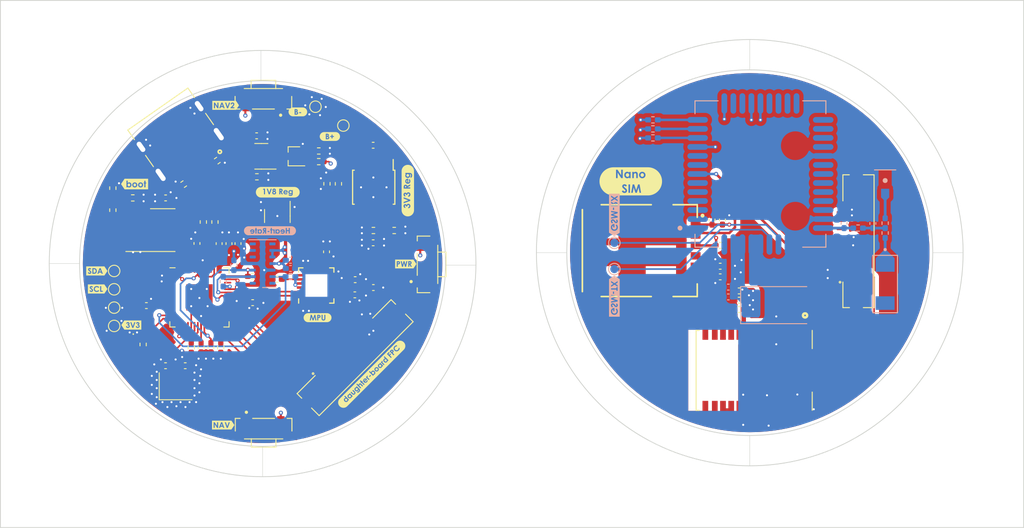
<source format=kicad_pcb>
(kicad_pcb (version 20221018) (generator pcbnew)
  (title_block (comment 4 "AISLER Project ID: ABUPEFWI"))
  (layers (0 "F.Cu" signal) (1 "In1.Cu" signal) (2 "In2.Cu" signal) (31 "B.Cu" signal) (34 "B.Paste" user) (35 "F.Paste" user) (36 "B.SilkS" user "B.Silkscreen") (37 "F.SilkS" user "F.Silkscreen") (38 "B.Mask" user) (39 "F.Mask" user) (44 "Edge.Cuts" user))
  (net 0 "")
  (net 1 "Net-(U2-FB)")
  (net 2 "GND")
  (net 3 "+1V1")
  (net 4 "+BATT")
  (net 5 "XIN")
  (net 6 "Net-(C14-Pad1)")
  (net 7 "VDD_3.3")
  (net 8 "Net-(D1-A)")
  (net 9 "GPS_TXD")
  (net 10 "GPS_RXD")
  (net 12 "Force_ON")
  (net 13 "Net-(J5-SIG)")
  (net 18 "Net-(U8-RF_IN)")
  (net 20 "VBUS")
  (net 21 "D+")
  (net 22 "D-")
  (net 23 "Net-(J1-CC1)")
  (net 24 "Net-(J1-CC2)")
  (net 25 "/quectel m66/SIM_VDD")
  (net 26 "Net-(J2-RST)")
  (net 27 "Net-(J2-CLK)")
  (net 28 "/quectel m66/SIM_GND")
  (net 30 "Net-(J2-IO)")
  (net 31 "/RP2040/USB_P")
  (net 32 "/RP2040/USB_N")
  (net 33 "/RP2040/RUN")
  (net 34 "Net-(R11-Pad2)")
  (net 35 "/RP2040/QSPI_CS")
  (net 36 "XOUT")
  (net 37 "Onboard_LED")
  (net 38 "SDA_OLED")
  (net 39 "SCL_OLED")
  (net 42 "NAV_BUTTON_2")
  (net 43 "MAX30102_SDA")
  (net 44 "MAX30102_SCL")
  (net 45 "Heart_rate_INT")
  (net 47 "MPU_INT")
  (net 51 "GSM_RX")
  (net 52 "GSM_TX")
  (net 53 "PWR_BUTTON")
  (net 54 "NAV_BUTTON")
  (net 56 "V_SENSE")
  (net 58 "CHARGER_EN")
  (net 59 "/RP2040/QSPI_SD3")
  (net 60 "/RP2040/QSPI_SCLK")
  (net 61 "/RP2040/QSPI_SD0")
  (net 62 "/RP2040/QSPI_SD2")
  (net 63 "/RP2040/QSPI_SD1")
  (net 69 "+1V8")
  (net 72 "Net-(Q1-D)")
  (net 73 "Net-(U5-PROG)")
  (net 80 "Net-(JP1-B)")
  (net 81 "Net-(U6-REGOUT)")
  (net 87 "Net-(U6-CPOUT)")
  (net 97 "/quectel m66/SIM_IO")
  (net 98 "/quectel m66/SIM_RST")
  (net 99 "/quectel m66/SIM_CLK")
  (net 115 "Net-(C32-Pad1)")
  (net 116 "Net-(U10-DBG_RXD)")
  (net 117 "Net-(U10-DBG_TXD)")
  (net 120 "Net-(Q1-G)")
  (net 127 "VDD_3.3_t")
  (net 128 "PWR_KEY_GSM_t")
  (net 129 "Force_ON_t")
  (net 130 "GPS_TXD_t")
  (net 131 "GPS_RXD_t")
  (net 132 "GSM_TX_t")
  (net 133 "GSM_RX_t")
  (net 140 "PWR_KEY_GSM")
  (net 144 "Net-(E1-Pad1)")
  (net 145 "Net-(U10-RF_ANT)")
  (footprint "Capacitor_SMD:C_0402_1005Metric_Pad0.74x0.62mm_HandSolder" (layer "F.Cu") (at 177.888292 90.691211)
    (fp_text reference "C24" hide)
    (fp_text value "30pF")
  )
  (footprint "TL3330AF260QG:SW_TL3330AF260QG" (layer "F.Cu") (at 122.243763 110.506593)
    (fp_text reference "SW3" hide)
    (fp_text value "NAV")
  )
  (footprint "Capacitor_SMD:C_0402_1005Metric_Pad0.74x0.62mm_HandSolder" (layer "F.Cu") (at 119.124961 87.932502 90)
    (fp_text reference "C5" hide)
    (fp_text value "10uF")
  )
  (footprint "TestPoint:TestPoint_Pad_D1.0mm" (layer "F.Cu") (at 104.031396 97.978508)
    (fp_text reference "TP3" hide)
    (fp_text value "3.3")
  )
  (footprint "10 Pin FPC:686110183522" (layer "F.Cu") (at 194.488292 87.641211 90)
    (fp_text reference "J4" hide)
    (fp_text value "10Pin FPC Bottom board")
  )
  (footprint "kibuzzard-648D8FB3" (layer "F.Cu") (at 117.318763 110.069093)
    (fp_text reference "kibuzzard-648D8FB3" hide)
    (fp_text value "G***" hide)
  )
  (footprint "Resistor_SMD:R_0402_1005Metric_Pad0.72x0.64mm_HandSolder" (layer "F.Cu") (at 116.600665 77.811745 35)
    (fp_text reference "R8" hide)
    (fp_text value "5.1k")
  )
  (footprint "TestPoint:TestPoint_Pad_D1.0mm" (layer "F.Cu") (at 104.031396 95.743273)
    (fp_text reference "TP6" hide)
    (fp_text value "GND")
  )
  (footprint "kibuzzard-648D8F43" (layer "F.Cu") (at 106.118763 97.869093)
    (fp_text reference "kibuzzard-648D8F43" hide)
    (fp_text value "G***" hide)
  )
  (footprint "kibuzzard-648D921A" (layer "F.Cu") (at 126.418763 71.869093)
    (fp_text reference "kibuzzard-648D921A" hide)
    (fp_text value "G***" hide)
  )
  (footprint "Capacitor_SMD:C_0402_1005Metric_Pad0.74x0.62mm_HandSolder" (layer "F.Cu") (at 177.888292 91.991211)
    (fp_text reference "C25" hide)
    (fp_text value "30pF")
  )
  (footprint "Resistor_SMD:R_0402_1005Metric_Pad0.72x0.64mm_HandSolder" (layer "F.Cu") (at 114.899203 85.299067 -90)
    (fp_text reference "R1" hide)
    (fp_text value "27")
  )
  (footprint "kibuzzard-648D91AF" (layer "F.Cu") (at 135.418763 103.869093 45)
    (fp_text reference "kibuzzard-648D91AF" hide)
    (fp_text value "G***" hide)
  )
  (footprint "Resistor_SMD:R_0402_1005Metric_Pad0.72x0.64mm_HandSolder" (layer "F.Cu") (at 121.424652 79.785794 180)
    (fp_text reference "R10" hide)
    (fp_text value "2.2k")
  )
  (footprint "kibuzzard-648D944C" (layer "F.Cu") (at 102.018763 93.469093)
    (fp_text reference "kibuzzard-648D944C" hide)
    (fp_text value "G***" hide)
  )
  (footprint "TL3330AF260QG:SW_TL3330AF260QG" (layer "F.Cu") (at 142.218763 90.469093 90)
    (fp_text reference "SW2" hide)
    (fp_text value "PWR")
  )
  (footprint "Capacitor_SMD:C_0402_1005Metric_Pad0.74x0.62mm_HandSolder" (layer "F.Cu") (at 115.824961 100.632501 -90)
    (fp_text reference "C9" hide)
    (fp_text value "10uF")
  )
  (footprint "Type-C:HRO_TYPE-C-31-M-12" (layer "F.Cu") (at 110.843645 73.650341 -145)
    (fp_text reference "J1" hide)
    (fp_text value "TYPE_C-31M12")
  )
  (footprint "Package_SO:TI_SO-PowerPAD-8" (layer "F.Cu") (at 135.662153 81.055795 -90)
    (fp_text reference "U2" hide)
    (fp_text value "TPS7A7001DDA")
  )
  (footprint "Capacitor_SMD:C_0402_1005Metric_Pad0.74x0.62mm_HandSolder" (layer "F.Cu") (at 178.158292 85.048711 90)
    (fp_text reference "C28" hide)
    (fp_text value "100nF")
  )
  (footprint "Package_TO_SOT_SMD:SOT-323_SC-70" (layer "F.Cu") (at 125.964653 77.285795 180)
    (fp_text reference "Q1" hide)
    (fp_text value "BSS214")
  )
  (footprint "Capacitor_SMD:C_0402_1005Metric_Pad0.74x0.62mm_HandSolder" (layer "F.Cu") (at 123.894653 92.295001 180)
    (fp_text reference "C17" hide)
    (fp_text value "2.2nF")
  )
  (footprint "kibuzzard-648D8F93" (layer "F.Cu") (at 139.568763 90.419093)
    (fp_text reference "kibuzzard-648D8F93" hide)
    (fp_text value "G***" hide)
  )
  (footprint "kibuzzard-648D92FA" (layer "F.Cu") (at 166.988292 80.341211)
    (fp_text reference "kibuzzard-648D92FA" hide)
    (fp_text value "G***" hide)
  )
  (footprint "Capacitor_SMD:C_0402_1005Metric_Pad0.74x0.62mm_HandSolder" (layer "F.Cu") (at 107.95746 95.495002 180)
    (fp_text reference "C1" hide)
    (fp_text value "10uF")
  )
  (footprint "Capacitor_SMD:C_0402_1005Metric_Pad0.74x0.62mm_HandSolder" (layer "F.Cu") (at 129.912153 88.935795 90)
    (fp_text reference "C16" hide)
    (fp_text value "0.1uF")
  )
  (footprint "kibuzzard-648D909E" (layer "F.Cu") (at 106.518763 80.669093)
    (fp_text reference "kibuzzard-648D909E" hide)
    (fp_text value "G***" hide)
  )
  (footprint "TestPoint:TestPoint_Pad_D1.0mm" (layer "F.Cu") (at 131.962153 73.535795 -135)
    (fp_text reference "TP7" hide)
    (fp_text value "Bat+")
  )
  (footprint "Capacitor_SMD:C_0402_1005Metric_Pad0.74x0.62mm_HandSolder" (layer "F.Cu") (at 114.624961 100.632502 -90)
    (fp_text reference "C4" hide)
    (fp_text value "10uF")
  )
  (footprint "LED_SMD:LED_0402_1005Metric_Pad0.77x0.64mm_HandSolder" (layer "F.Cu") (at 106.362153 100.238294 -90)
    (fp_text reference "D1" hide)
    (fp_text value "RED")
  )
  (footprint "Capacitor_SMD:C_0402_1005Metric_Pad0.74x0.62mm_HandSolder" (layer "F.Cu") (at 116.824962 87.932502 90)
    (fp_text reference "C8" hide)
    (fp_text value "10uF")
  )
  (footprint "Resistor_SMD:R_0402_1005Metric_Pad0.72x0.64mm_HandSolder" (layer "F.Cu") (at 129.962153 80.638295 90)
    (fp_text reference "R17" hide)
    (fp_text value "27k")
  )
  (footprint "Resistor_SMD:R_0402_1005Metric_Pad0.72x0.64mm_HandSolder" (layer "F.Cu") (at 107.562153 100.238295 90)
    (fp_text reference "R9" hide)
    (fp_text value "10k")
  )
  (footprint "kibuzzard-648D920B" (layer "F.Cu") (at 130.318763 74.869093)
    (fp_text reference "kibuzzard-648D920B" hide)
    (fp_text value "G***" hide)
  )
  (footprint "Capacitor_SMD:C_0402_1005Metric_Pad0.74x0.62mm_HandSolder" (layer "F.Cu") (at 177.888292 88.156211)
    (fp_text reference "C26" hide)
    (fp_text value "30pF")
  )
  (footprint "TestPoint:TestPoint_Pad_D1.0mm" (layer "F.Cu") (at 104.031396 93.50804)
    (fp_text reference "TP5" hide)
    (fp_text value "SCL")
  )
  (footprint "kibuzzard-648D90E2" (layer "F.Cu") (at 123.968763 81.669093)
    (fp_text reference "kibuzzard-648D90E2" hide)
    (fp_text value "G***" hide)
  )
  (footprint "Capacitor_SMD:C_0402_1005Metric_Pad0.74x0.62mm_HandSolder" (layer "F.Cu") (at 176.888292 85.048711 90)
    (fp_text reference "C27" hide)
    (fp_text value "30pF")
  )
  (footprint "Resistor_SMD:R_0402_1005Metric_Pad0.72x0.64mm_HandSolder" (layer "F.Cu") (at 103.868337 83.85304 -90)
    (fp_text reference "R4" hide)
    (fp_text value "1k")
  )
  (footprint "Capacitor_SMD:C_0402_1005Metric_Pad0.74x0.62mm_HandSolder" (layer "F.Cu") (at 180.193318 93.707044 180)
    (fp_text reference "C10" hide)
    (fp_text value "0.1uF")
  )
  (footprint "Package_SON:WSON-8-1EP_6x5mm_P1.27mm_EP3.4x4.3mm" (layer "F.Cu") (at 108.451537 86.287621)
    (fp_text reference "U3" hide)
    (fp_text value "W25Q32JVSS")
  )
  (footprint "Crystal:Crystal_SMD_3225-4Pin_3.2x2.5mm" (layer "F.Cu") (at 111.524961 105.332501)
    (fp_text reference "Y1" hide)
    (fp_text value "Crystal_GND24")
  )
  (footprint "Package_TO_SOT_SMD:SOT-23-5" (layer "F.Cu") (at 121.964653 77.285796 180)
    (fp_text reference "U5" hide)
    (fp_text value "MCP73831-2-OT")
  )
  (footprint "Capacitor_SMD:C_0402_1005Metric_Pad0.74x0.62mm_HandSolder" (layer "F.Cu") (at 180.193318 95.969786 180)
    (fp_text reference "C15" hide)
    (fp_text value "100pF")
  )
  (footprint "Resistor_SMD:R_0402_1005Metric_Pad0.72x0.64mm_HandSolder" (layer "F.Cu") (at 128.964653 76.635795 180)
    (fp_text reference "R19" hide)
    (fp_text value "1k")
  )
  (footprint "Resistor_SMD:R_0402_1005Metric_Pad0.72x0.64mm_HandSolder" (layer "F.Cu") (at 113.424959 100.632501 90)
    (fp_text reference "R7" hide)
    (fp_text value "1k")
  )
  (footprint "Capacitor_SMD:C_0402_1005Metric_Pad0.74x0.62mm_HandSolder" (layer "F.Cu") (at 120.909611 95.135795)
    (fp_text reference "C3" hide)
    (fp_text value "10uF")
  )
  (footprint "Resistor_SMD:R_0402_1005Metric_Pad0.72x0.64mm_HandSolder" (layer "F.Cu") (at 117.02496 100.632502 90)
    (fp_text reference "R3" hide)
    (fp_text value "1k")
  )
  (footprint "Resistor_SMD:R_0402_1005Metric_Pad0.72x0.64mm_HandSolder" (layer "F.Cu") (at 103.868337 81.169093 -90)
    (fp_text reference "R11" hide)
    (fp_text value "DNP/TP")
  )
  (footprint "kibuzzard-648D902E" (layer "F.Cu") (at 128.818763 96.969093)
    (fp_text reference "kibuzzard-648D902E" hide)
    (fp_text value "G***" hide)
  )
  (footprint "Capacitor_SMD:C_0402_1005Metric_Pad0.74x0.62mm_HandSolder" (layer "F.Cu") (at 133.362153 94.185795)
    (fp_text reference "C18" hide)
    (fp_text value "0.1uF")
  )
  (footprint "TestPoint:TestPoint_Pad_D1.0mm" (layer "F.Cu") (at 128.562153 71.235795 -135)
    (fp_text reference "TP8" hide)
    (fp_text value "Bat-")
  )
  (footprint "Resistor_SMD:R_0402_1005Metric_Pad0.72x0.64mm_HandSolder" (layer "F.Cu") (at 112.504904 80.679627 35)
    (fp_text reference "R6" hide)
    (fp_text value "5.1k")
  )
  (footprint "TestPoint:TestPoint_Pad_D1.0mm" (layer "F.Cu") (at 104.031396 91.272807)
    (fp_text reference "TP4" hide)
    (fp_text value "SDA")
  )
  (footprint "kibuzzard-648D9446" (layer "F.Cu") (at 101.918763 91.269093)
    (fp_text reference "kibuzzard-648D9446" hide)
    (fp_text value "G***" hide)
  )
  (footprint "Package_TO_SOT_SMD:SOT-23-5" (layer "F.Cu") (at 123.918763 84.569093 -90)
    (fp_text reference "U7" hide)
    (fp_text value "AP2127K-1.8")
  )
  (footprint "SIM8060-6-0-14-00-A:GCT_SIM8060-6-0-14-00-A" (layer "F.Cu") (at 168.088292 88.791211 -90)
    (fp_text reference "J2" hide)
    (fp_text value "SIM8060-6-0-14-00-A")
  )
  (footprint "Capacitor_SMD:C_0402_1005Metric_Pad0.74x0.62mm_HandSolder" (layer "F.Cu") (at 121.394653 74.785796 180)
    (fp_text reference "C22" hide)
    (fp_text value "10uF")
  )
  (footprint "L96 (1):XCVR_L96" (layer "F.Cu") (at 182.026771 103.394407 -90)
    (fp_text reference "U8" hide)
    (fp_text value "L96")
  )
  (footprint "Resistor_SMD:R_0402_1005Metric_Pad0.72x0.64mm_HandSolder" (layer "F.Cu") (at 128.964653 77.935795 180)
    (fp_text reference "R18" hide)
    (fp_text value "10k")
  )
  (footprint "kibuzzard-648D90C6" (layer "F.Cu") (at 139.818763 81.469093 90)
    (fp_text reference "kibuzzard-648D90C6" hide)
    (fp_text value "G***" hide)
  )
  (footprint "Capacitor_SMD:C_0402_1005Metric_Pad0.74x0.62mm_HandSolder" (layer "F.Cu") (at 112.692462 102.832502)
    (fp_text reference "C14" hide)
    (fp_text value "27pF")
  )
  (footprint "10 Pin FPC:686110183522" (layer "F.Cu") (at 133.218763 101.669093 45)
    (fp_text reference "J3" hide)
    (fp_text value "10Pin FPC TOP Board")
  )
  (footprint "Resistor_SMD:R_0402_1005Metric_Pad0.72x0.64mm_HandSolder" (layer "F.Cu") (at 106.301537 82.362622 180)
    (fp_text reference "R5" hide)
    (fp_text value "10k")
  )
  (footprint "Capacitor_SMD:C_0402_1005Metric_Pad0.74x0.62mm_HandSolder" (layer "F.Cu") (at 118.02496 87.932502 90)
    (fp_text reference "C6" hide)
    (fp_text value "10uF")
  )
  (footprint "Capacitor_SMD:C_0402_1005Metric_Pad0.74x0.62mm_HandSolder" (layer "F.Cu") (at 180.193318 94.838415 180)
    (fp_text reference "C11" hide)
    (fp_text value "10pF")
  )
  (footprint "Resistor_SMD:R_0402_1005Metric_Pad0.72x0.64mm_HandSolder" (layer "F.Cu") (at 135.624653 86.335795)
    (fp_text reference "R25" hide)
    (fp_text value "162k 1%")
  )
  (footprint "Sensor_Motion:InvenSense_QFN-24_4x4mm_P0.5mm" (layer "F.Cu") (at 128.662153 93.045001 90)
    (fp_text reference "U6" hide)
    (fp_text value "MPU-6050")
  )
  (footprint "Capacitor_SMD:C_0402_1005Metric_Pad0.74x0.62mm_HandSolder" (layer "F.Cu") (at 120.89246 91.932501)
    (fp_text reference "C2" hide)
    (fp_text value "10uF")
  )
  (footprint "Resistor_SMD:R_0402_1005Metric_Pad0.72x0.64mm_HandSolder" (layer "F.Cu") (at 116.313415 85.299069 -90)
    (fp_text reference "R2" hide)
    (fp_text value "27")
  )
  (footprint "TL3330AF260QG:SW_TL3330AF260QG" (layer "F.Cu") (at 122.218762 70.269093 180)
    (fp_text reference "SW1" hide)
    (fp_text value "NAV2")
  )
  (footprint "Capacitor_SMD:C_0402_1005Metric_Pad0.74x0.62mm_HandSolder" (layer "F.Cu") (at 110.301536 82.362621 180)
    (fp_text reference "C12" hide)
    (fp_text value "10uF")
  )
  (footprint "Capacitor_SMD:C_0402_1005Metric_Pad0.74x0.62mm_HandSolder" (layer "F.Cu") (at 133.402153 92.335795)
    (fp_text reference "C19" hide)
    (fp_text value "0.1uF")
  )
  (footprint "Capacitor_SMD:C_0402_1005Metric_Pad0.74x0.62mm_HandSolder" (layer "F.Cu") (at 135.594653 75.935795)
    (fp_text reference "C23" hide)
    (fp_text value "10uF")
  )
  (footprint "Capacitor_SMD:C_0402_1005Metric" (layer "F.Cu") (at 135.618763 93.295001 180)
    (fp_text reference "JP1" hide)
    (fp_text value "I2C address change")
  )
  (footprint "Capacitor_SMD:C_0402_1005Metric_Pad0.74x0.62mm_HandSolder" (layer "F.Cu") (at 110.29246 102.832503 180)
    (fp_text reference "C13" hide)
    (fp_text value "27pF")
  )
  (footprint "Capacitor_SMD:C_0402_1005Metric_Pad0.74x0.62mm_HandSolder" (layer "F.Cu") (at 135.594653 87.835795)
    (fp_text reference "C36" hide)
    (fp_text value "10uF")
  )
  (footprint "Resistor_SMD:R_0402_1005Metric_Pad0.72x0.64mm_HandSolder" (layer "F.Cu") (at 131.362153 80.640795 -90)
    (fp_text reference "R13" hide)
    (fp_text value "10k")
  )
  (footprint "Package_DFN_QFN:QFN-56-1EP_7x7mm_P0.4mm_EP3.2x3.2mm" (layer "F.Cu") (at 114.424959 94.495001)
    (fp_text reference "U1" hide)
    (fp_text value "RP2040")
  )
  (footprint "Capacitor_SMD:C_0402_1005Metric_Pad0.74x0.62mm_HandSolder" (layer "F.Cu") (at 114.121385 87.915365 90)
    (fp_text reference "C7" hide)
    (fp_text value "10uF")
  )
  (footprint "kibuzzard-648D8FC5" (layer "F.Cu") (at 117.618763 71.069093)
    (fp_text reference "kibuzzard-648D8FC5" hide)
    (fp_text value "G***" hide)
  )
  (footprint "Resistor_SMD:R_0402_1005Metric_Pad0.72x0.64mm_HandSolder" (layer "F.Cu") (at 138.159653 86.335795)
    (fp_text reference "R26" hide)
    (fp_text value "30.1k 1%")
  )
  (footprint "kibuzzard-648D9334" (layer "B.Cu") (at 164.988292 94.341211 90)
    (fp_text reference "kibuzzard-648D9334" hide)
    (fp_text value "G***" hide)
  )
  (footprint "kibuzzard-648D9374" (layer "B.Cu") (at 164.988292 84.441211 90)
    (fp_text reference "kibuzzard-648D9374" hide)
    (fp_text value "G***" hide)
  )
  (footprint "Capacitor_SMD:C_0402_1005Metric_Pad0.74x0.62mm_HandSolder" (layer "B.Cu") (at 125.516263 90.969093)
    (fp_text reference "C21" hide)
    (fp_text value "10uF")
  )
  (footprint "Quectel M66:XCVR_M66" (layer "B.Cu") (at 182.788292 79.441211)
    (fp_text reference "U10" hide)
    (fp_text value "M66")
  )
  (footprint "Capacitor_Tantalum_SMD:CP_EIA-7343-30_AVX-N" (layer "B.Cu") (at 184.788292 95.441211)
    (fp_text reference "C29" hide)
    (fp_text value "470uF")
  )
  (footprint "U.FL-R-SMT-1_10_:HRS_U.FL-R-SMT-1(10)" (layer "B.Cu") (at 197.988292 80.241211 180)
    (fp_text reference "J5" hide)
    (fp_text value "U.FL-R-SMT-1(10)")
  )
  (footprint "Resistor_SMD:R_0402_1005Metric_Pad0.72x0.64mm_HandSolder" (layer "B.Cu") (at 169.688292 72.841211 180)
    (fp_text reference "R21" hide)
    (fp_text value "22")
  )
  (footprint "Capacitor_SMD:C_0402_1005Metric_Pad0.74x0.62mm_HandSolder" (layer "B.Cu") (at 178.870792 94.441211 180)
    (fp_text reference "C30" hide)
    (fp_text value "100nF")
  )
  (footprint "OptoDevice:Maxim_OLGA-14_3.3x5.6mm_P0.8mm" (layer "B.Cu") (at 122.118763 90.369093)
    (fp_text reference "U4" hide)
    (fp_text value "MAX30102")
  )
  (footprint "TestPoint:TestPoint_Pad_D1.0mm" (layer "B.Cu") (at 164.988292 87.841211)
    (fp_text reference "TP1" hide)
    (fp_text value "RXD")
  )
  (footprint "Resistor_SMD:R_0402_1005Metric_Pad0.72x0.64mm_HandSolder" (layer "B.Cu") (at 117.318763 92.569093 90)
    (fp_text reference "R16" hide)
    (fp_text value "5.1k")
  )
  (footprint "Resistor_SMD:R_0402_1005Metric_Pad0.72x0.64mm_HandSolder" (layer "B.Cu") (at 169.688292 73.941211 180)
    (fp_text reference "R20" hide)
    (fp_text value "22")
  )
  (footprint "Capacitor_SMD:C_0402_1005Metric_Pad0.74x0.62mm_HandSolder" (layer "B.Cu") (at 192.985792 85.473711 90)
    (fp_text reference "C33" hide)
    (fp_text value "NC")
  )
  (footprint "kibuzzard-648D9126" (layer "B.Cu") (at 123.018763 86.369093 180)
    (fp_text reference "kibuzzard-648D9126" hide)
    (fp_text value "G***" hide)
  )
  (footprint "Resistor_SMD:R_0402_1005Metric_Pad0.72x0.64mm_HandSolder" (layer "B.Cu") (at 118.618763 90.571593 -90)
    (fp_text reference "R15" hide)
    (fp_text value "5.1k")
  )
  (footprint "Resistor_SMD:R_0402_1005Metric_Pad0.72x0.64mm_HandSolder" (layer "B.Cu") (at 197.988292 86.641211 -90)
    (fp_text reference "R24" hide)
    (fp_text value "0")
  )
  (footprint "NN02-201:XCVR_NN02-201" (layer "B.Cu") (at 197.988292 92.866211 -90)
    (fp_text reference "E1" hide)
    (fp_text value "NN02-201")
  )
  (footprint "Resistor_SMD:R_0402_1005Metric_Pad0.72x0.64mm_HandSolder" (layer "B.Cu") (at 197.988292 85.441211 90)
    (fp_text reference "R12" hide)
    (fp_text value "0")
  )
  (footprint "TestPoint:TestPoint_Pad_D1.0mm" (layer "B.Cu") (at 164.988292 91.041211)
    (fp_text reference "TP2" hide)
    (fp_text value "TXD")
  )
  (footprint "Resistor_SMD:R_0402_1005Metric_Pad0.72x0.64mm_HandSolder" (layer "B.Cu") (at 194.688292 86.041211)
    (fp_text reference "R23" hide)
    (fp_text value "0")
  )
  (footprint "Capacitor_SMD:C_0402_1005Metric_Pad0.74x0.62mm_HandSolder" (layer "B.Cu") (at 178.870792 93.241211 180)
    (fp_text reference "C31" hide)
    (fp_text value "30pF")
  )
  (footprint "Capacitor_SMD:C_0402_1005Metric_Pad0.74x0.62mm_HandSolder" (layer "B.Cu") (at 196.488292 85.473711 90)
    (fp_text reference "C32" hide)
    (fp_text value "NC")
  )
  (footprint "Resistor_SMD:R_0402_1005Metric_Pad0.72x0.64mm_HandSolder" (layer "B.Cu") (at 169.688292 75.041211 180)
    (fp_text reference "R22" hide)
    (fp_text value "22")
  )
  (footprint "Capacitor_SMD:C_0402_1005Metric_Pad0.74x0.62mm_HandSolder" (layer "B.Cu") (at 125.516263 89.969093)
    (fp_text reference "C20" hide)
    (fp_text value "0.1uF")
  )
  (footprint "Resistor_SMD:R_0402_1005Metric_Pad0.72x0.64mm_HandSolder" (layer "B.Cu") (at 125.516263 91.969093)
    (fp_text reference "R14" hide)
    (fp_text value "5.1k")
  )
  (gr_line (start 155.488292 89.041211) (end 159.188292 89.041211) (stroke (width 0.05588)) (layer "Edge.Cuts"))
  (gr_circle (center 122.118763 90.369093) (end 144.418763 90.369093) (stroke (width 0.1)) (fill none) (layer "Edge.Cuts"))
  (gr_line (start 121.918763 68.069093) (end 121.918763 64.369093) (stroke (width 0.05588)) (layer "Edge.Cuts"))
  (gr_line (start 181.488292 66.741211) (end 181.488292 63.041211) (stroke (width 0.05588)) (layer "Edge.Cuts"))
  (gr_rect (start 90.168763 58.269093) (end 214.868763 122.569093) (stroke (width 0.1)) (fill none) (layer "Edge.Cuts"))
  (gr_circle (center 181.488292 89.041211) (end 203.788292 89.041211) (stroke (width 0.1)) (fill none) (layer "Edge.Cuts"))
  (gr_line (start 122.118763 116.369093) (end 122.118763 112.669093) (stroke (width 0.05588)) (layer "Edge.Cuts"))
  (gr_line (start 181.488292 115.041211) (end 181.488292 111.341211) (stroke (width 0.05588)) (layer "Edge.Cuts"))
  (gr_line (start 144.418763 90.569093) (end 148.118763 90.569093) (stroke (width 0.05588)) (layer "Edge.Cuts"))
  (gr_line (start 99.818763 90.369093) (end 96.118763 90.369093) (stroke (width 0.05588)) (layer "Edge.Cuts"))
  (gr_circle (center 181.488292 89.041211) (end 207.488292 89.041211) (stroke (width 0.1)) (fill none) (layer "Edge.Cuts"))
  (gr_circle (center 122.118763 90.369093) (end 148.118763 90.369093) (stroke (width 0.1)) (fill none) (layer "Edge.Cuts"))
  (gr_line (start 203.788292 89.041211) (end 207.488292 89.041211) (stroke (width 0.05588)) (layer "Edge.Cuts"))
  (segment (start 137.562153 86.335795) (end 136.222153 86.335795) (width 0.4) (layer "F.Cu") (net 1))
  (segment (start 136.297153 86.260795) (end 136.222153 86.335795) (width 0.4) (layer "F.Cu") (net 1))
  (segment (start 136.297153 83.835795) (end 136.297153 86.260795) (width 0.4) (layer "F.Cu") (net 1))
  (segment (start 127.412153 90.285795) (end 127.662153 90.035795) (width 0.2) (layer "F.Cu") (net 2))
  (segment (start 127.412153 95.785795) (end 127.762153 96.135795) (width 0.2) (layer "F.Cu") (net 2))
  (segment (start 127.412153 91.095001) (end 127.412153 90.285795) (width 0.2) (layer "F.Cu") (net 2))
  (segment (start 131.602947 92.295001) (end 131.762153 92.135795) (width 0.2) (layer "F.Cu") (net 2))
  (segment (start 106.33348 88.992209) (end 106.33348 88.774564) (width 0.3) (layer "F.Cu") (net 2))
  (segment (start 127.412153 90.385795) (end 127.062153 90.035795) (width 0.2) (layer "F.Cu") (net 2))
  (segment (start 127.412153 91.095001) (end 127.412153 90.385795) (width 0.2) (layer "F.Cu") (net 2))
  (segment (start 105.751537 88.192621) (end 106.528009 88.969093) (width 0.3) (layer "F.Cu") (net 2))
  (segment (start 130.612153 92.295001) (end 131.602947 92.295001) (width 0.2) (layer "F.Cu") (net 2))
  (segment (start 113.424959 95.575289) (end 113.418763 95.569093) (width 0.2) (layer "F.Cu") (net 2))
  (segment (start 113.424959 97.932501) (end 113.424959 95.575289) (width 0.2) (layer "F.Cu") (net 2))
  (segment (start 127.412153 95.785795) (end 127.062153 96.135795) (width 0.2) (layer "F.Cu") (net 2))
  (segment (start 106.528009 88.969093) (end 107.218763 88.969093) (width 0.3) (layer "F.Cu") (net 2))
  (segment (start 127.412153 94.995001) (end 127.412153 95.785795) (width 0.2) (layer "F.Cu") (net 2))
  (segment (start 106.33348 88.774564) (end 105.751537 88.192621) (width 0.3) (layer "F.Cu") (net 2))
  (via (at 113.318763 71.369093) (size 0.5) (drill 0.25) (layers "F.Cu" "B.Cu") (net 2))
  (via (at 113.818763 72.069093) (size 0.5) (drill 0.25) (layers "F.Cu" "B.Cu") (net 2))
  (via (at 129.318763 70.269093) (size 0.5) (drill 0.25) (layers "F.Cu" "B.Cu") (net 2))
  (via (at 119.118763 86.569093) (size 0.5) (drill 0.25) (layers "F.Cu" "B.Cu") (net 2))
  (via (at 119.818763 87.369093) (size 0.5) (drill 0.25) (layers "F.Cu" "B.Cu") (net 2))
  (via (at 115.318763 93.469093) (size 0.5) (drill 0.25) (layers "F.Cu" "B.Cu") (net 2))
  (via (at 135.618763 79.869093) (size 0.5) (drill 0.25) (layers "F.Cu" "B.Cu") (net 2))
  (via (at 134.718763 92.269093) (size 0.5) (drill 0.25) (layers "F.Cu" "B.Cu") (net 2))
  (via (at 122.318763 91.169093) (size 0.5) (drill 0.25) (layers "F.Cu" "B.Cu") (net 2))
  (via (at 134.118763 81.069093) (size 0.5) (drill 0.25) (layers "F.Cu" "B.Cu") (net 2))
  (via (at 109.218763 104.569093) (size 0.5) (drill 0.25) (layers "F.Cu" "B.Cu") (net 2))
  (via (at 123.918763 84.569093) (size 0.5) (drill 0.25) (layers "F.Cu" "B.Cu") (net 2))
  (via (at 107.218763 88.969093) (size 0.5) (drill 0.25) (layers "F.Cu" "B.Cu") (net 2))
  (via (at 110.518763 107.869093) (size 0.5) (drill 0.25) (layers "F.Cu" "B.Cu") (net 2))
  (via (at 130.318763 87.669093) (size 0.5) (drill 0.25) (layers "F.Cu" "B.Cu") (net 2))
  (via (at 119.880207 89.630537) (size 0.5) (drill 0.25) (layers "F.Cu" "B.Cu") (net 2))
  (via (at 139.518763 85.869093) (size 0.5) (drill 0.25) (layers "F.Cu" "B.Cu") (net 2))
  (via (at 114.018763 102.769093) (size 0.5) (drill 0.25) (layers "F.Cu" "B.Cu") (net 2))
  (via (at 127.662153 90.035795) (size 0.5) (drill 0.25) (layers "F.Cu" "B.Cu") (net 2))
  (via (at 109.218763 105.569093) (size 0.5) (drill 0.25) (layers "F.Cu" "B.Cu") (net 2))
  (via (at 113.818763 106.469093) (size 0.5) (drill 0.25) (layers "F.Cu" "B.Cu") (net 2))
  (via (at 114.518763 104.069093) (size 0.5) (drill 0.25) (layers "F.Cu" "B.Cu") (net 2))
  (via (at 115.218763 101.969093) (size 0.5) (drill 0.25) (layers "F.Cu" "B.Cu") (net 2))
  (via (at 112.28549 101.002187) (size 0.5) (drill 0.25) (layers "F.Cu" "B.Cu") (net 2))
  (via (at 113.418763 95.569093) (size 0.5) (drill 0.25) (layers "F.Cu" "B.Cu") (net 2))
  (via (at 109.118763 107.469093) (size 0.5) (drill 0.25) (layers "F.Cu" "B.Cu") (net 2))
  (via (at 130.318763 76.969093) (size 0.5) (drill 0.25) (layers "F.Cu" "B.Cu") (net 2))
  (via (at 135.618763 82.269093) (size 0.5) (drill 0.25) (layers "F.Cu" "B.Cu") (net 2))
  (via (at 130.318763 76.269093) (size 0.5) (drill 0.25) (layers "F.Cu" "B.Cu") (net 2))
  (via (at 122.818763 80.169093) (size 0.5) (drill 0.25) (layers "F.Cu" "B.Cu") (net 2))
  (via (at 136.918763 88.169093) (size 0.5) (drill 0.25) (layers "F.Cu" "B.Cu") (net 2))
  (via (at 114.318763 101.969093) (size 0.5) (drill 0.25) (layers "F.Cu" "B.Cu") (net 2))
  (via (at 114.418763 106.069093) (size 0.5) (drill 0.25) (layers "F.Cu" "B.Cu") (net 2))
  (via (at 127.062153 90.035795) (size 0.5) (drill 0.25) (layers "F.Cu" "B.Cu") (net 2))
  (via (at 108.618763 106.269093) (size 0.5) (drill 0.25) (layers "F.Cu" "B.Cu") (net 2))
  (via (at 114.418763 104.969093) (size 0.5) (drill 0.25) (layers "F.Cu" "B.Cu") (net 2))
  (via (at 114.418763 94.569093) (size 0.5) (drill 0.25) (layers "F.Cu" "B.Cu") (net 2))
  (via (at 113.218763 107.269093) (size 0.5) (drill 0.25) (layers "F.Cu" "B.Cu") (net 2))
  (via (at 129.218763 79.969093) (size 0.5) (drill 0.25) (layers "F.Cu" "B.Cu") (net 2))
  (via (at 109.918763 107.269093) (size 0.5) (drill 0.25) (layers "F.Cu" "B.Cu") (net 2))
  (via (at 108.618763 105.169093) (size 0.5) (drill 0.25) (layers "F.Cu" "B.Cu") (net 2))
  (via (at 112.718763 107.869093) (size 0.5) (drill 0.25) (layers "F.Cu" "B.Cu") (net 2))
  (via (at 113.418763 87.347865) (size 0.5) (drill 0.25) (layers "F.Cu" "B.Cu") (net 2))
  (via (at 111.618763 107.769093) (size 0.5) (drill 0.25) (layers "F.Cu" "B.Cu") (net 2))
  (via (at 184.718801 96.818314) (size 0.5) (drill 0.25) (layers "F.Cu" "B.Cu") (net 2))
  (via (at 180.688292 106.364255) (size 0.5) (drill 0.25) (layers "F.Cu" "B.Cu") (net 2))
  (via (at 104.618763 80.569093) (size 0.5) (drill 0.25) (layers "F.Cu" "B.Cu") (net 2))
  (via (at 113.818763 103.669093) (size 0.5) (drill 0.25) (layers "F.Cu" "B.Cu") (net 2))
  (via (at 183.788292 110.141211) (size 0.5) (drill 0.25) (layers "F.Cu" "B.Cu") (net 2))
  (via (at 112.118763 107.269093) (size 0.5) (drill 0.25) (layers "F.Cu" "B.Cu") (net 2))
  (via (at 109.018763 81.969093) (size 0.5) (drill 0.25) (layers "F.Cu" "B.Cu") (net 2))
  (via (at 109.218763 103.569093) (size 0.5) (drill 0.25) (layers "F.Cu" "B.Cu") (net 2))
  (via (at 129.869263 79.269093) (size 0.5) (drill 0.25) (layers "F.Cu" "B.Cu") (net 2))
  (via (at 127.062153 96.135795) (size 0.5) (drill 0.25) (layers "F.Cu" "B.Cu") (net 2))
  (via (at 127.018763 75.769093) (size 0.5) (drill 0.25) (layers "F.Cu" "B.Cu") (net 2))
  (via (at 136.918763 87.369093) (size 0.5) (drill 0.25) (layers "F.Cu" "B.Cu") (net 2))
  (via (at 133.918763 94.869093) (size 0.5) (drill 0.25) (layers "F.Cu" "B.Cu") (net 2))
  (via (at 183.58743 106.434966) (size 0.5) (drill 0.25) (layers "F.Cu" "B.Cu") (net 2))
  (via (at 127.762153 96.135795) (size 0.5) (drill 0.25) (layers "F.Cu" "B.Cu") (net 2))
  (via (at 105.918763 98.769093) (size 0.5) (drill 0.25) (layers "F.Cu" "B.Cu") (net 2))
  (via (at 111.518763 80.369093) (size 0.5) (drill 0.25) (layers "F.Cu" "B.Cu") (net 2))
  (via (at 117.518763 78.069093) (size 0.5) (drill 0.25) (layers "F.Cu" "B.Cu") (net 2))
  (via (at 184.718801 100.212426) (size 0.5) (drill 0.25) (layers "F.Cu" "B.Cu") (net 2))
  (via (at 127.818763 72.169093) (size 0.5) (drill 0.25) (layers "F.Cu" "B.Cu") (net 2))
  (via (at 106.818763 98.769093) (size 0.5) (drill 0.25) (layers "F.Cu" "B.Cu") (net 2))
  (via (at 109.018763 82.769093) (size 0.5) (drill 0.25) (layers "F.Cu" "B.Cu") (net 2))
  (via (at 106.33348 88.992209) (size 0.5) (drill 0.25) (layers "F.Cu" "B.Cu") (net 2))
  (via (at 113.418763 93.469093) (size 0.5) (drill 0.25) (layers "F.Cu" "B.Cu") (net 2))
  (via (at 103.018763 95.769093) (size 0.5) (drill 0.25) (layers "F.Cu" "B.Cu") (net 2))
  (via (at 105.018763 95.769093) (size 0.5) (drill 0.25) (layers "F.Cu" "B.Cu") (net 2))
  (via (at 127.318763 71.069093) (size 0.5) (drill 0.25) (layers "F.Cu" "B.Cu") (net 2))
  (via (at 135.241298 96.491628) (size 0.5) (drill 0.25) (layers "F.Cu" "B.Cu") (net 2))
  (via (at 122.718763 75.169093) (size 0.5) (drill 0.25) (layers "F.Cu" "B.Cu") (net 2))
  (via (at 129.818763 71.269093) (size 0.5) (drill 0.25) (layers "F.Cu" "B.Cu") (net 2))
  (via (at 129.118763 72.269093) (size 0.5) (drill 0.25) (layers "F.Cu" "B.Cu") (net 2))
  (via (at 114.618763 103.269093) (size 0.5) (drill 0.25) (layers "F.Cu" "B.Cu") (net 2))
  (via (at 115.418763 95.569093) (size 0.5) (drill 0.25) (layers "F.Cu" "B.Cu") (net 2))
  (via (at 122.718763 74.369093) (size 0.5) (drill 0.25) (layers "F.Cu" "B.Cu") (net 2))
  (via (at 129.518763 87.669093) (size 0.5) (drill 0.25) (layers "F.Cu" "B.Cu") (net 2))
  (via (at 137.218763 81.069093) (size 0.5) (drill 0.25) (layers "F.Cu" "B.Cu") (net 2))
  (via (at 134.018763 91.669093) (size 0.5) (drill 0.25) (layers "F.Cu" "B.Cu") (net 2))
  (via (at 109.72496 102.069093) (size 0.5) (drill 0.25) (layers "F.Cu" "B.Cu") (net 2))
  (via (at 108.918763 102.669093) (size 0.5) (drill 0.25) (layers "F.Cu" "B.Cu") (net 2))
  (via (at 107.918763 75.269093) (size 0.5) (drill 0.25) (layers "F.Cu" "B.Cu") (net 2))
  (via (at 116.118763 101.969093) (size 0.5) (drill 0.25) (layers "F.Cu" "B.Cu") (net 2))
  (via (at 122.218763 95.169093) (size 0.5) (drill 0.25) (layers "F.Cu" "B.Cu") (net 2))
  (via (at 122.818763 79.369093) (size 0.5) (drill 0.25) (layers "F.Cu" "B.Cu") (net 2))
  (via (at 134.718763 94.269093) (size 0.5) (drill 0.25) (layers "F.Cu" "B.Cu") (net 2))
  (via (at 128.118763 70.069093) (size 0.5) (drill 0.25) (layers "F.Cu" "B.Cu") (net 2))
  (via (at 113.918763 86.569093) (size 0.5) (drill 0.25) (layers "F.Cu" "B.Cu") (net 2))
  (via (at 113.818763 105.569093) (size 0.5) (drill 0.25) (layers "F.Cu" "B.Cu") (net 2))
  (via (at 134.218763 96.569093) (size 0.5) (drill 0.25) (layers "F.Cu" "B.Cu") (net 2))
  (via (at 109.218763 106.669093) (size 0.5) (drill 0.25) (layers "F.Cu" "B.Cu") (net 2))
  (via (at 118.018763 86.569093) (size 0.5) (drill 0.25) (layers "F.Cu" "B.Cu") (net 2))
  (via (at 108.618763 104.069093) (size 0.5) (drill 0.25) (layers "F.Cu" "B.Cu") (net 2))
  (via (at 111.518763 102.069093) (size 0.5) (drill 0.25) (layers "F.Cu" "B.Cu") (net 2))
  (via (at 111.018763 107.269093) (size 0.5) (drill 0.25) (layers "F.Cu" "B.Cu") (net 2))
  (via (at 113.818763 104.569093) (size 0.5) (drill 0.25) (layers "F.Cu" "B.Cu") (net 2))
  (via (at 108.418763 75.969093) (size 0.5) (drill 0.25) (layers "F.Cu" "B.Cu") (net 2))
  (via (at 121.518763 95.869093) (size 0.5) (drill 0.25) (layers "F.Cu" "B.Cu") (net 2))
  (via (at 117.218763 86.569093) (size 0.5) (drill 0.25) (layers "F.Cu" "B.Cu") (net 2))
  (via (at 131.762153 92.135795) (size 0.5) (drill 0.25) (layers "F.Cu" "B.Cu") (net 2))
  (via (at 180.688292 110.041211) (size 0.5) (drill 0.25) (layers "F.Cu" "B.Cu") (net 2))
  (via (at 139.518763 86.669093) (size 0.5) (drill 0.25) (layers "F.Cu" "B.Cu") (net 2))
  (via (at 114.018763 107.269093) (size 0.5) (drill 0.25) (layers "F.Cu" "B.Cu") (net 2))
  (via (at 112.318763 101.769093) (size 0.5) (drill 0.25) (layers "F.Cu" "B.Cu") (net 2))
  (segment (start 120.918763 90.369093) (end 119.618763 90.369093) (width 0.4) (layer "B.Cu") (net 2))
  (segment (start 119.618763 90.369093) (end 121.718763 90.369093) (width 0.4) (layer "B.Cu") (net 2))
  (segment (start 123.318763 91.169093) (end 122.318763 91.169093) (width 0.4) (layer "B.Cu") (net 2))
  (segment (start 115.918763 91.969093) (end 116.224959 91.662897) (width 0.2) (layer "F.Cu") (net 3))
  (segment (start 114.224959 91.057501) (end 114.224959 91.569093) (width 0.2) (layer "F.Cu") (net 3))
  (segment (start 116.224959 91.662897) (end 116.224959 91.057501) (width 0.2) (layer "F.Cu") (net 3))
  (segment (start 116.82496 88.500002) (end 116.224961 89.100002) (width 0.2) (layer "F.Cu") (net 3))
  (segment (start 114.224959 91.569093) (end 114.224959 91.782633) (width 0.2) (layer "F.Cu") (net 3))
  (segment (start 114.224959 91.662897) (end 113.718763 92.169093) (width 0.2) (layer "F.Cu") (net 3))
  (segment (start 115.824961 99.575291) (end 115.824961 100.065002) (width 0.2) (layer "F.Cu") (net 3))
  (segment (start 115.02496 97.932501) (end 115.02496 98.77529) (width 0.2) (layer "F.Cu") (net 3))
  (segment (start 114.121386 88.482863) (end 114.224958 88.586435) (width 0.2) (layer "F.Cu") (net 3))
  (segment (start 114.224958 88.586435) (end 114.22496 91.057501) (width 0.2) (layer "F.Cu") (net 3))
  (segment (start 114.224959 91.782633) (end 114.411419 91.969093) (width 0.2) (layer "F.Cu") (net 3))
  (segment (start 116.224961 89.100002) (end 116.224961 91.057501) (width 0.2) (layer "F.Cu") (net 3))
  (segment (start 114.411419 91.969093) (end 115.918763 91.969093) (width 0.2) (layer "F.Cu") (net 3))
  (segment (start 114.224959 91.569093) (end 114.224959 91.662897) (width 0.2) (layer "F.Cu") (net 3))
  (segment (start 115.02496 98.77529) (end 115.418763 99.169093) (width 0.2) (layer "F.Cu") (net 3))
  (segment (start 115.418763 99.169093) (end 115.824961 99.575291) (width 0.2) (layer "F.Cu") (net 3))
  (via (at 115.418763 99.169093) (size 0.5) (drill 0.25) (layers "F.Cu" "B.Cu") (net 3))
  (via (at 113.718763 92.169093) (size 0.5) (drill 0.25) (layers "F.Cu" "B.Cu") (net 3))
  (segment (start 112.818763 92.169093) (end 112.118763 92.869093) (width 0.2) (layer "B.Cu") (net 3))
  (segment (start 112.118763 92.869093) (end 112.118763 96.069093) (width 0.2) (layer "B.Cu") (net 3))
  (segment (start 113.718763 92.169093) (end 112.818763 92.169093) (width 0.2) (layer "B.Cu") (net 3))
  (segment (start 115.218763 99.169093) (end 115.418763 99.169093) (width 0.2) (layer "B.Cu") (net 3))
  (segment (start 112.118763 96.069093) (end 115.218763 99.169093) (width 0.2) (layer "B.Cu") (net 3))
  (segment (start 131.362153 78.425703) (end 133.852061 75.935795) (width 0.2) (layer "F.Cu") (net 4))
  (segment (start 123.102153 76.335796) (end 123.13545 76.369093) (width 0.4) (layer "F.Cu") (net 4))
  (segment (start 131.362153 80.043295) (end 131.362153 78.425703) (width 0.2) (layer "F.Cu") (net 4))
  (segment (start 127.552061 73.535795) (end 131.962153 73.535795) (width 0.4) (layer "F.Cu") (net 4))
  (segment (start 124.718763 76.369093) (end 127.552061 73.535795) (width 0.4) (layer "F.Cu") (net 4))
  (segment (start 135.027153 75.477483) (end 135.027153 78.275795) (width 0.4) (layer "F.Cu") (net 4))
  (segment (start 131.962153 73.535795) (end 133.085465 73.535795) (width 0.4) (layer "F.Cu") (net 4))
  (segment (start 133.852061 75.935795) (end 135.027153 75.935795) (width 0.2) (layer "F.Cu") (net 4))
  (segment (start 135.027153 78.275795) (end 136.297153 78.275795) (width 0.4) (layer "F.Cu") (net 4))
  (segment (start 133.085465 73.535795) (end 135.027153 75.477483) (width 0.4) (layer "F.Cu") (net 4))
  (segment (start 123.13545 76.369093) (end 124.718763 76.369093) (width 0.4) (layer "F.Cu") (net 4))
  (segment (start 110.859959 103.133601) (end 111.535738 103.80938) (width 0.2) (layer "F.Cu") (net 5))
  (segment (start 111.124962 106.182501) (end 110.424961 106.1825) (width 0.2) (layer "F.Cu") (net 5))
  (segment (start 113.824959 98.572989) (end 110.859959 101.537989) (width 0.2) (layer "F.Cu") (net 5))
  (segment (start 113.824959 97.932501) (end 113.824959 98.572989) (width 0.2) (layer "F.Cu") (net 5))
  (segment (start 111.535738 103.80938) (end 111.535738 105.771725) (width 0.2) (layer "F.Cu") (net 5))
  (segment (start 110.859959 101.537989) (end 110.859959 103.133601) (width 0.2) (layer "F.Cu") (net 5))
  (segment (start 111.535738 105.771725) (end 111.124962 106.182501) (width 0.2) (layer "F.Cu") (net 5))
  (segment (start 113.424961 101.532502) (end 113.42496 101.230002) (width 0.2) (layer "F.Cu") (net 6))
  (segment (start 112.12496 102.832503) (end 112.141486 102.849027) (width 0.2) (layer "F.Cu") (net 6))
  (segment (start 112.141486 103.999027) (end 112.624962 104.482503) (width 0.2) (layer "F.Cu") (net 6))
  (segment (start 112.12496 102.832503) (end 113.424961 101.532502) (width 0.2) (layer "F.Cu") (net 6))
  (segment (start 112.141486 102.849027) (end 112.141486 103.999027) (width 0.2) (layer "F.Cu") (net 6))
  (segment (start 122.318763 83.469093) (end 122.418763 83.369093) (width 0.3) (layer "F.Cu") (net 7))
  (segment (start 134.660451 85.969093) (end 135.027153 86.335795) (width 0.4) (layer "F.Cu") (net 7))
  (segment (start 120.287462 91.895003) (end 120.32496 91.932501) (width 0.2) (layer "F.Cu") (net 7))
  (segment (start 117.862459 91.895001) (end 120.287462 91.895003) (width 0.2) (layer "F.Cu") (net 7))
  (segment (start 130.612153 93.795001) (end 132.403859 93.795001) (width 0.2) (layer "F.Cu") (net 7))
  (segment (start 110.918763 81.669093) (end 110.918763 82.312894) (width 0.2) (layer "F.Cu") (net 7))
  (segment (start 135.018763 87.844185) (end 135.027153 87.835795) (width 0.4) (layer "F.Cu") (net 7))
  (segment (start 104.309348 97.978508) (end 104.918763 97.369093) (width 0.2) (layer "F.Cu") (net 7))
  (segment (start 114.818763 89.969093) (end 114.624959 90.162897) (width 0.2) (layer "F.Cu") (net 7))
  (segment (start 119.862153 88.535795) (end 119.82636 88.500002) (width 0.2) (layer "F.Cu") (net 7))
  (segment (start 126.018763 83.469093) (end 125.981263 83.431593) (width 0.3) (layer "F.Cu") (net 7))
  (segment (start 120.495663 95.792193) (end 120.495663 95.669305) (width 0.2) (layer "F.Cu") (net 7))
  (segment (start 134.218763 85.969093) (end 134.660451 85.969093) (width 0.4) (layer "F.Cu") (net 7))
  (segment (start 134.218763 86.669093) (end 134.693855 86.669093) (width 0.4) (layer "F.Cu") (net 7))
  (segment (start 135.068511 98.569093) (end 135.618763 98.569093) (width 0.3) (layer "F.Cu") (net 7))
  (segment (start 111.618763 82.369093) (end 111.612291 82.362621) (width 0.2) (layer "F.Cu") (net 7))
  (segment (start 114.62496 97.932501) (end 114.624959 100.065001) (width 0.2) (layer "F.Cu") (net 7))
  (segment (start 121.918763 83.869093) (end 122.318763 83.469093) (width 0.3) (layer "F.Cu") (net 7))
  (segment (start 134.693855 88.169093) (end 135.027153 87.835795) (width 0.4) (layer "F.Cu") (net 7))
  (segment (start 117.02496 101.230002) (end 117.02496 101.969093) (width 0.2) (layer "F.Cu") (net 7))
  (segment (start 114.624959 96.769093) (end 114.624959 97.932501) (width 0.2) (layer "F.Cu") (net 7))
  (segment (start 108.52496 94.672988) (end 108.52496 95.495002) (width 0.2) (layer "F.Cu") (net 7))
  (segment (start 120.495539 95.745869) (end 120.341987 95.592317) (width 0.2) (layer "F.Cu") (net 7))
  (segment (start 119.82636 88.500002) (end 119.124961 88.500002) (width 0.2) (layer "F.Cu") (net 7))
  (segment (start 122.906263 83.369093) (end 122.968763 83.431593) (width 0.3) (layer "F.Cu") (net 7))
  (segment (start 122.418763 83.369093) (end 122.906263 83.369093) (width 0.3) (layer "F.Cu") (net 7))
  (segment (start 132.794653 94.185795) (end 132.794653 95.003295) (width 0.2) (layer "F.Cu") (net 7))
  (segment (start 136.818763 93.295001) (end 136.098763 93.295001) (width 0.2) (layer "F.Cu") (net 7))
  (segment (start 110.918763 82.312894) (end 110.869036 82.362621) (width 0.2) (layer "F.Cu") (net 7))
  (segment (start 112.318763 92.269093) (end 111.944671 91.895001) (width 0.2) (layer "F.Cu") (net 7))
  (segment (start 135.118763 98.619345) (end 135.118763 99.019593) (width 0.3) (layer "F.Cu") (net 7))
  (segment (start 118.02496 89.335795) (end 118.02496 88.500002) (width 0.2) (layer "F.Cu") (net 7))
  (segment (start 111.944671 91.895001) (end 110.987459 91.895001) (width 0.2) (layer "F.Cu") (net 7))
  (segment (start 134.660451 87.469093) (end 135.027153 87.835795) (width 0.4) (layer "F.Cu") (net 7))
  (segment (start 134.399882 97.900464) (end 135.068511 98.569093) (width 0.3) (layer "F.Cu") (net 7))
  (segment (start 134.350134 97.850716) (end 134.399882 97.900464) (width 0.3) (layer "F.Cu") (net 7))
  (segment (start 135.027153 83.835795) (end 135.027153 86.335795) (width 0.4) (layer "F.Cu") (net 7))
  (segment (start 119.124961 89.298603) (end 119.124961 88.500002) (width 0.2) (layer "F.Cu") (net 7))
  (segment (start 134.399882 97.900464) (end 135.118763 98.619345) (width 0.3) (layer "F.Cu") (net 7))
  (segment (start 134.693855 86.669093) (end 135.027153 86.335795) (width 0.4) (layer "F.Cu") (net 7))
  (segment (start 132.403859 93.795001) (end 132.794653 94.185795) (width 0.2) (layer "F.Cu") (net 7))
  (segment (start 107.225234 82.362622) (end 107.618763 81.969093) (width 0.2) (layer "F.Cu") (net 7))
  (segment (start 117.862459 95.495001) (end 119.982905 95.495001) (width 0.2) (layer "F.Cu") (net 7))
  (segment (start 132.794653 95.003295) (end 132.762153 95.035795) (width 0.2) (layer "F.Cu") (net 7))
  (segment (start 122.318763 83.319093) (end 122.318763 83.469093) (width 0.3) (layer "F.Cu") (net 7))
  (segment (start 110.869037 82.362622) (end 111.151536 82.645121) (width 0.2) (layer "F.Cu") (net 7))
  (segment (start 121.918763 82.869093) (end 121.918763 82.919093) (width 0.3) (layer "F.Cu") (net 7))
  (segment (start 114.624959 100.065001) (end 114.624961 100.065003) (width 0.2) (layer "F.Cu") (net 7))
  (segment (start 114.818763 89.969093) (end 115.024959 90.175289) (width 0.2) (layer "F.Cu") (net 7))
  (segment (start 111.612291 82.362621) (end 110.869036 82.362621) (width 0.2) (layer "F.Cu") (net 7))
  (segment (start 108.524961 95.495003) (end 110.987459 95.495) (width 0.2) (layer "F.Cu") (net 7))
  (segment (start 125.981263 83.431593) (end 124.868763 83.431593) (width 0.3) (layer "F.Cu") (net 7))
  (segment (start 107.212292 82.362622) (end 106.899037 82.362622) (width 0.2) (layer "F.Cu") (net 7))
  (segment (start 111.151536 82.645121) (end 111.151537 84.382621) (width 0.2) (layer "F.Cu") (net 7))
  (segment (start 107.618763 82.769093) (end 107.212292 82.362622) (width 0.2) (layer "F.Cu") (net 7))
  (segment (start 103.709348 97.978508) (end 103.118763 98.569093) (width 0.2) (layer "F.Cu") (net 7))
  (segment (start 121.918763 82.919093) (end 122.318763 83.319093) (width 0.3) (layer "F.Cu") (net 7))
  (segment (start 135.027153 86.335795) (end 135.027153 87.835795) (width 0.4) (layer "F.Cu") (net 7))
  (segment (start 120.341987 95.592317) (end 120.341987 95.212359) (width 0.2) (layer "F.Cu") (net 7))
  (segment (start 134.218763 87.469093) (end 134.660451 87.469093) (width 0.4) (layer "F.Cu") (net 7))
  (segment (start 129.912153 91.095001) (end 129.912153 89.503295) (width 0.2) (layer "F.Cu") (net 7))
  (segment (start 135.018763 88.569093) (end 135.018763 87.844185) (width 0.4) (layer "F.Cu") (net 7))
  (segment (start 114.624959 90.162897) (end 114.624959 91.057501) (width 0.2) (layer "F.Cu") (net 7))
  (segment (start 119.982905 95.495001) (end 120.342111 95.135795) (width 0.2) (layer "F.Cu") (net 7))
  (segment (start 115.024959 90.175289) (end 115.024959 91.057501) (width 0.2) (layer "F.Cu") (net 7))
  (segment (start 134.218763 88.169093) (end 134.693855 88.169093) (width 0.4) (layer "F.Cu") (net 7))
  (segment (start 130.762153 89.503295) (end 129.912153 89.503295) (width 0.2) (layer "F.Cu") (net 7))
  (segment (start 106.899037 82.362622) (end 107.225234 82.362622) (width 0.2) (layer "F.Cu") (net 7))
  (segment (start 120.32496 91.136864) (end 120.32496 91.932501) (width 0.2) (layer "F.Cu") (net 7))
  (via micro (at 111.618763 82.369093) (size 0.5) (drill 0.25) (layers "F.Cu" "In2.Cu") (net 7))
  (via micro (at 135.618763 98.569093) (size 0.5) (drill 0.25) (layers "F.Cu" "In2.Cu") (net 7))
  (via micro (at 134.218763 88.169093) (size 0.5) (drill 0.25) (layers "F.Cu" "In2.Cu") (net 7))
  (via micro (at 121.918763 82.869093) (size 0.5) (drill 0.25) (layers "F.Cu" "In2.Cu") (net 7))
  (via micro (at 130.762153 89.503295) (size 0.5) (drill 0.25) (layers "F.Cu" "In2.Cu") (net 7))
  (via micro (at 134.218763 87.469093) (size 0.5) (drill 0.25) (layers "F.Cu" "In2.Cu") (net 7))
  (via micro (at 126.018763 83.469093) (size 0.5) (drill 0.25) (layers "F.Cu" "In2.Cu") (net 7))
  (via micro (at 120.32496 91.136864) (size 0.5) (drill 0.25) (layers "F.Cu" "In2.Cu") (net 7))
  (via micro (at 136.818763 93.295001) (size 0.5) (drill 0.25) (layers "F.Cu" "In2.Cu") (net 7))
  (via micro (at 118.02496 89.335795) (size 0.5) (drill 0.25) (layers "F.Cu" "In2.Cu") (net 7))
  (via micro (at 134.218763 86.669093) (size 0.5) (drill 0.25) (layers "F.Cu" "In2.Cu") (net 7))
  (via micro (at 112.318763 92.269093) (size 0.5) (drill 0.25) (layers "F.Cu" "In2.Cu") (net 7))
  (via micro (at 103.118763 98.569093) (size 0.5) (drill 0.25) (layers "F.Cu" "In2.Cu") (net 7))
  (via micro (at 132.762153 95.035795) (size 0.5) (drill 0.25) (layers "F.Cu" "In2.Cu") (net 7))
  (via micro (at 119.124961 89.298603) (size 0.5) (drill 0.25) (layers "F.Cu" "In2.Cu") (net 7))
  (via micro (at 104.918763 97.369093) (size 0.5) (drill 0.25) (layers "F.Cu" "In2.Cu") (net 7))
  (via micro (at 120.495663 95.792193) (size 0.5) (drill 0.25) (layers "F.Cu" "In2.Cu") (net 7))
  (via micro (at 121.918763 83.869093) (size 0.5) (drill 0.25) (layers "F.Cu" "In2.Cu") (net 7))
  (via micro (at 108.52496 94.672988) (size 0.5) (drill 0.25) (layers "F.Cu" "In2.Cu") (net 7))
  (via micro (at 135.118763 99.019593) (size 0.5) (drill 0.25) (layers "F.Cu" "In2.Cu") (net 7))
  (via micro (at 117.02496 101.969093) (size 0.5) (drill 0.25) (layers "F.Cu" "In2.Cu") (net 7))
  (via micro (at 107.618763 81.969093) (size 0.5) (drill 0.25) (layers "F.Cu" "In2.Cu") (net 7))
  (via micro (at 135.018763 88.569093) (size 0.5) (drill 0.25) (layers "F.Cu" "In2.Cu") (net 7))
  (via micro (at 107.618763 82.769093) (size 0.5) (drill 0.25) (layers "F.Cu" "In2.Cu") (net 7))
  (via micro (at 114.818763 89.969093) (size 0.5) (drill 0.25) (layers "F.Cu" "In2.Cu") (net 7))
  (via micro (at 110.918763 81.669093) (size 0.5) (drill 0.25) (layers "F.Cu" "In2.Cu") (net 7))
  (via micro (at 114.624959 96.769093) (size 0.5) (drill 0.25) (layers "F.Cu" "In2.Cu") (net 7))
  (via micro (at 134.218763 85.969093) (size 0.5) (drill 0.25) (layers "F.Cu" "In2.Cu") (net 7))
  (via micro (at 119.862153 88.535795) (size 0.5) (drill 0.25) (layers "F.Cu" "In2.Cu") (net 7))
  (via micro (at 124.818763 89.069093) (size 0.5) (drill 0.25) (layers "In2.Cu" "B.Cu") (net 7))
  (via micro (at 118.118763 93.169093) (size 0.5) (drill 0.25) (layers "In2.Cu" "B.Cu") (net 7))
  (via micro (at 118.618763 88.869093) (size 0.5) (drill 0.25) (layers "In2.Cu" "B.Cu") (net 7))
  (via micro (at 126.118763 92.969093) (size 0.5) (drill 0.25) (layers "In2.Cu" "B.Cu") (net 7))
  (via micro (at 124.818763 88.369093) (size 0.5) (drill 0.25) (layers "In2.Cu" "B.Cu") (net 7))
  (segment (start 126.118763 92.379093) (end 126.113763 92.374093) (width 0.3) (layer "B.Cu") (net 7))
  (segment (start 124.518763 88.769093) (end 124.818763 89.069093) (width 0.3) (layer "B.Cu") (net 7))
  (segment (start 126.113763 92.374093) (end 126.113763 91.969093) (width 0.3) (layer "B.Cu") (net 7))
  (segment (start 118.618763 89.974093) (end 118.618763 88.869093) (width 0.3) (layer "B.Cu") (net 7))
  (segment (start 126.118763 92.969093) (end 126.118763 92.379093) (width 0.3) (layer "B.Cu") (net 7))
  (segment (start 124.218763 88.769093) (end 124.518763 88.769093) (width 0.3) (layer "B.Cu") (net 7))
  (segment (start 123.318763 88.769093) (end 124.218763 88.769093) (width 0.3) (layer "B.Cu") (net 7))
  (segment (start 118.118763 93.169093) (end 118.116263 93.166593) (width 0.3) (layer "B.Cu") (net 7))
  (segment (start 124.218763 88.769093) (end 124.418763 88.769093) (width 0.3) (layer "B.Cu") (net 7))
  (segment (start 118.116263 93.166593) (end 117.318763 93.166593) (width 0.3) (layer "B.Cu") (net 7))
  (segment (start 123.318763 89.569093) (end 123.318763 88.769093) (width 0.3) (layer "B.Cu") (net 7))
  (segment (start 124.418763 88.769093) (end 124.818763 88.369093) (width 0.3) (layer "B.Cu") (net 7))
  (segment (start 107.562153 100.835795) (end 106.387154 100.835795) (width 0.2) (layer "F.Cu") (net 8))
  (segment (start 106.387154 100.835795) (end 106.362153 100.810794) (width 0.2) (layer "F.Cu") (net 8))
  (segment (start 119.344671 95.895001) (end 122.618763 99.169093) (width 0.2) (layer "F.Cu") (net 9))
  (segment (start 131.42587 99.169093) (end 132.228814 99.972037) (width 0.2) (layer "F.Cu") (net 9))
  (segment (start 122.618763 99.169093) (end 131.42587 99.169093) (width 0.2) (layer "F.Cu") (net 9))
  (segment (start 117.862459 95.895001) (end 119.344671 95.895001) (width 0.2) (layer "F.Cu") (net 9))
  (segment (start 130.711656 99.869093) (end 131.521707 100.679144) (width 0.2) (layer "F.Cu") (net 10))
  (segment (start 119.044671 96.295001) (end 122.618763 99.869093) (width 0.2) (layer "F.Cu") (net 10))
  (segment (start 117.862459 96.295001) (end 119.044671 96.295001) (width 0.2) (layer "F.Cu") (net 10))
  (segment (start 122.618763 99.869093) (end 130.711656 99.869093) (width 0.2) (layer "F.Cu") (net 10))
  (segment (start 117.862459 97.095001) (end 117.862459 97.512789) (width 0.2) (layer "F.Cu") (net 12))
  (segment (start 121.718763 101.369093) (end 129.383229 101.369093) (width 0.2) (layer "F.Cu") (net 12))
  (segment (start 117.862459 97.512789) (end 121.718763 101.369093) (width 0.2) (layer "F.Cu") (net 12))
  (segment (start 129.383229 101.369093) (end 130.107493 102.093357) (width 0.2) (layer "F.Cu") (net 12))
  (segment (start 197.988292 84.843711) (end 197.988292 81.766211) (width 0.335589) (layer "B.Cu") (net 13))
  (segment (start 178.226771 108.194407) (end 179.226771 108.194407) (width 0.335589) (layer "F.Cu") (net 18))
  (segment (start 115.003969 75.634601) (end 115.534098 76.16473) (width 0.3) (layer "F.Cu") (net 20))
  (segment (start 120.827153 74.785796) (end 120.827153 76.335796) (width 0.3) (layer "F.Cu") (net 20))
  (segment (start 120.827153 74.777483) (end 120.827153 74.785796) (width 0.3) (layer "F.Cu") (net 20))
  (segment (start 111.334806 78.650535) (end 111.334806 77.297199) (width 0.3) (layer "F.Cu") (net 20))
  (segment (start 111.334806 77.297199) (end 112.790837 75.841167) (width 0.3) (layer "F.Cu") (net 20))
  (segment (start 118.418763 72.369093) (end 120.827153 74.777483) (width 0.3) (layer "F.Cu") (net 20))
  (segment (start 116.262911 72.369093) (end 118.418763 72.369093) (width 0.3) (layer "F.Cu") (net 20))
  (segment (start 112.997404 75.634601) (end 115.003969 75.634601) (width 0.3) (layer "F.Cu") (net 20))
  (segment (start 111.602168 78.917897) (end 111.334806 78.650535) (width 0.3) (layer "F.Cu") (net 20))
  (segment (start 112.790837 75.841167) (end 112.997404 75.634601) (width 0.3) (layer "F.Cu") (net 20))
  (segment (start 112.790837 75.841167) (end 116.262911 72.369093) (width 0.3) (layer "F.Cu") (net 20))
  (segment (start 114.243253 78.069623) (end 113.772921 77.397919) (width 0.2) (layer "F.Cu") (net 21))
  (segment (start 114.899203 80.740851) (end 114.87815 80.719798) (width 0.2) (layer "F.Cu") (net 21))
  (segment (start 112.953769 77.971495) (end 113.424101 78.6432) (width 0.2) (layer "F.Cu") (net 21))
  (segment (start 114.230975 78.13926) (end 114.243253 78.069623) (width 0.2) (layer "F.Cu") (net 21))
  (segment (start 114.899203 84.701567) (end 114.899203 80.740851) (width 0.2) (layer "F.Cu") (net 21))
  (segment (start 113.493738 78.655479) (end 114.230975 78.13926) (width 0.2) (layer "F.Cu") (net 21))
  (segment (start 113.424101 78.6432) (end 113.493738 78.655479) (width 0.2) (layer "F.Cu") (net 21))
  (segment (start 114.87815 80.719798) (end 112.953769 77.971495) (width 0.2) (layer "F.Cu") (net 21))
  (segment (start 116.313415 84.701569) (end 116.313415 80.142077) (width 0.2) (layer "F.Cu") (net 22))
  (segment (start 112.893012 77.013002) (end 112.905291 76.943366) (width 0.2) (layer "F.Cu") (net 22))
  (segment (start 113.642528 76.427147) (end 113.712164 76.439426) (width 0.2) (layer "F.Cu") (net 22))
  (segment (start 116.313415 80.142077) (end 116.284643 80.113305) (width 0.2) (layer "F.Cu") (net 22))
  (segment (start 112.905291 76.943366) (end 113.642528 76.427147) (width 0.2) (layer "F.Cu") (net 22))
  (segment (start 113.363345 77.684707) (end 112.893012 77.013002) (width 0.2) (layer "F.Cu") (net 22))
  (segment (start 114.182497 77.111131) (end 116.284643 80.113305) (width 0.2) (layer "F.Cu") (net 22))
  (segment (start 113.712164 76.439426) (end 114.182497 77.111131) (width 0.2) (layer "F.Cu") (net 22))
  (segment (start 116.111221 78.154457) (end 115.440635 78.036215) (width 0.2) (layer "F.Cu") (net 23))
  (segment (start 115.440635 78.036215) (end 114.592073 76.824342) (width 0.2) (layer "F.Cu") (net 23))
  (segment (start 113.073794 79.886355) (end 112.134617 78.545072) (width 0.2) (layer "F.Cu") (net 24))
  (segment (start 112.994348 80.336916) (end 113.073794 79.886355) (width 0.2) (layer "F.Cu") (net 24))
  (segment (start 176.888292 85.616211) (end 178.158292 85.616211) (width 0.3) (layer "F.Cu") (net 25))
  (segment (start 178.988292 85.616211) (end 178.158292 85.616211) (width 0.3) (layer "F.Cu") (net 25))
  (segment (start 174.888292 85.616211) (end 176.888292 85.616211) (width 0.3) (layer "F.Cu") (net 25))
  (via micro (at 178.988292 85.616211) (size 0.5) (drill 0.25) (layers "F.Cu" "In1.Cu") (net 25))
  (via micro (at 178.388292 72.741211) (size 0.5) (drill 0.25) (layers "In1.Cu" "B.Cu") (net 25))
  (segment (start 178.388292 72.741211) (end 178.388292 70.841211) (width 0.3) (layer "B.Cu") (net 25))
  (segment (start 174.888292 88.156211) (end 177.320792 88.156211) (width 0.3) (layer "F.Cu") (net 26))
  (segment (start 177.388292 88.088711) (end 177.320792 88.156211) (width 0.3) (layer "F.Cu") (net 26))
  (segment (start 177.388292 87.241211) (end 177.388292 88.088711) (width 0.3) (layer "F.Cu") (net 26))
  (via micro (at 177.388292 87.241211) (size 0.5) (drill 0.25) (layers "F.Cu" "In1.Cu") (net 26))
  (via micro (at 168.164381 74.065122) (size 0.5) (drill 0.25) (layers "In1.Cu" "B.Cu") (net 26))
  (segment (start 168.288292 73.941211) (end 169.090792 73.941211) (width 0.3) (layer "B.Cu") (net 26))
  (segment (start 168.164381 74.065122) (end 168.288292 73.941211) (width 0.3) (layer "B.Cu") (net 26))
  (segment (start 177.288292 89.841211) (end 177.320792 89.873711) (width 0.3) (layer "F.Cu") (net 27))
  (segment (start 174.888292 90.696211) (end 177.315792 90.696211) (width 0.3) (layer "F.Cu") (net 27))
  (segment (start 177.315792 90.696211) (end 177.320792 90.691211) (width 0.3) (layer "F.Cu") (net 27))
  (segment (start 177.320792 89.873711) (end 177.320792 90.691211) (width 0.3) (layer "F.Cu") (net 27))
  (via micro (at 177.288292 89.841211) (size 0.5) (drill 0.25) (layers "F.Cu" "In1.Cu") (net 27))
  (via micro (at 168.188292 72.841211) (size 0.5) (drill 0.25) (layers "In1.Cu" "B.Cu") (net 27))
  (segment (start 169.090792 72.841211) (end 168.188292 72.841211) (width 0.3) (layer "B.Cu") (net 27))
  (segment (start 179.000057 86.641211) (end 175.133292 86.641211) (width 0.3) (layer "F.Cu") (net 28))
  (segment (start 179.688292 85.952976) (end 179.000057 86.641211) (width 0.3) (layer "F.Cu") (net 28))
  (segment (start 179.688292 85.041211) (end 179.688292 85.952976) (width 0.3) (layer "F.Cu") (net 28))
  (segment (start 175.133292 86.641211) (end 174.888292 86.886211) (width 0.3) (layer "F.Cu") (net 28))
  (segment (start 178.988292 84.481211) (end 178.158292 84.481211) (width 0.3) (layer "F.Cu") (net 28))
  (segment (start 179.128292 84.481211) (end 179.688292 85.041211) (width 0.3) (layer "F.Cu") (net 28))
  (segment (start 178.988292 84.481211) (end 179.128292 84.481211) (width 0.3) (layer "F.Cu") (net 28))
  (via micro (at 178.988292 84.481211) (size 0.5) (drill 0.25) (layers "F.Cu" "In1.Cu") (net 28))
  (via micro (at 177.288292 76.141211) (size 0.5) (drill 0.25) (layers "In1.Cu" "B.Cu") (net 28))
  (segment (start 177.288292 76.141211) (end 175.138292 76.141211) (width 0.3) (layer "B.Cu") (net 28))
  (segment (start 177.295792 91.966211) (end 177.320792 91.991211) (width 0.3) (layer "F.Cu") (net 30))
  (segment (start 174.888292 91.966211) (end 177.295792 91.966211) (width 0.3) (layer "F.Cu") (net 30))
  (segment (start 177.288292 92.023711) (end 177.320792 91.991211) (width 0.3) (layer "F.Cu") (net 30))
  (segment (start 177.288292 92.741211) (end 177.288292 92.023711) (width 0.3) (layer "F.Cu") (net 30))
  (via micro (at 177.288292 92.741211) (size 0.5) (drill 0.25) (layers "F.Cu" "In1.Cu") (net 30))
  (via micro (at 168.114381 75.115122) (size 0.5) (drill 0.25) (layers "In1.Cu" "B.Cu") (net 30))
  (segment (start 168.114381 75.115122) (end 168.188292 75.041211) (width 0.3) (layer "B.Cu") (net 30))
  (segment (start 168.188292 75.041211) (end 169.090792 75.041211) (width 0.3) (layer "B.Cu") (net 30))
  (segment (start 115.42496 86.422326) (end 115.42496 91.057501) (width 0.2) (layer "F.Cu") (net 31))
  (segment (start 114.899203 85.896568) (end 115.42496 86.422326) (width 0.2) (layer "F.Cu") (net 31))
  (segment (start 116.313417 85.896567) (end 115.82496 86.385026) (width 0.2) (layer "F.Cu") (net 32))
  (segment (start 115.82496 86.385026) (end 115.824959 91.057501) (width 0.2) (layer "F.Cu") (net 32))
  (segment (start 116.224961 97.932501) (end 116.224961 98.775292) (width 0.2) (layer "F.Cu") (net 33))
  (segment (start 117.02496 99.57529) (end 117.02496 100.035002) (width 0.2) (layer "F.Cu") (net 33))
  (segment (start 116.224961 98.775292) (end 117.02496 99.57529) (width 0.2) (layer "F.Cu") (net 33))
  (segment (start 103.868337 83.25554) (end 103.868337 81.766593) (width 0.2) (layer "F.Cu") (net 34))
  (segment (start 105.156331 90.532501) (end 105.141973 90.532502) (width 0.2) (layer "F.Cu") (net 35))
  (segment (start 111.824959 91.057501) (end 105.666973 91.057501) (width 0.2) (layer "F.Cu") (net 35))
  (segment (start 105.751536 84.382622) (end 105.704037 84.335121) (width 0.2) (layer "F.Cu") (net 35))
  (segment (start 103.936257 84.382621) (end 105.751536 84.382622) (width 0.2) (layer "F.Cu") (net 35))
  (segment (start 105.62496 91.001131) (end 105.156331 90.532501) (width 0.2) (layer "F.Cu") (net 35))
  (segment (start 105.141973 90.532502) (end 103.868338 89.258866) (width 0.2) (layer "F.Cu") (net 35))
  (segment (start 105.62496 91.01549) (end 105.62496 91.001131) (width 0.2) (layer "F.Cu") (net 35))
  (segment (start 105.666973 91.057501) (end 105.62496 91.01549) (width 0.2) (layer "F.Cu") (net 35))
  (segment (start 103.868338 89.258866) (end 103.868336 84.45054) (width 0.2) (layer "F.Cu") (net 35))
  (segment (start 105.704037 84.335121) (end 105.704038 82.362623) (width 0.2) (layer "F.Cu") (net 35))
  (segment (start 114.22496 97.932501) (end 114.22496 98.762896) (width 0.2) (layer "F.Cu") (net 36))
  (segment (start 113.424961 99.562895) (end 113.424961 100.035003) (width 0.2) (layer "F.Cu") (net 36))
  (segment (start 114.22496 98.762896) (end 113.424961 99.562895) (width 0.2) (layer "F.Cu") (net 36))
  (segment (start 107.562153 99.640795) (end 107.562153 99.525703) (width 0.2) (layer "F.Cu") (net 37))
  (segment (start 107.562153 99.525703) (end 109.992855 97.095001) (width 0.2) (layer "F.Cu") (net 37))
  (segment (start 109.992855 97.095001) (end 110.987459 97.095001) (width 0.2) (layer "F.Cu") (net 37))
  (segment (start 110.987459 93.095001) (end 106.644671 93.095001) (width 0.2) (layer "F.Cu") (net 38))
  (segment (start 104.822477 91.272807) (end 104.031396 91.272807) (width 0.2) (layer "F.Cu") (net 38))
  (segment (start 106.644671 93.095001) (end 104.822477 91.272807) (width 0.2) (layer "F.Cu") (net 38))
  (segment (start 110.98746 93.495001) (end 104.044437 93.495002) (width 0.2) (layer "F.Cu") (net 39))
  (segment (start 104.044437 93.495002) (end 104.031396 93.508042) (width 0.2) (layer "F.Cu") (net 39))
  (segment (start 120.018763 72.319093) (end 120.018763 71.254092) (width 0.25) (layer "F.Cu") (net 42))
  (segment (start 120.018763 71.254092) (end 120.118762 71.154093) (width 0.25) (layer "F.Cu") (net 42))
  (segment (start 109.889471 91.835795) (end 110.348677 92.295001) (width 0.2) (layer "F.Cu") (net 42))
  (segment (start 110.348677 92.295001) (end 110.987459 92.295001) (width 0.2) (layer "F.Cu") (net 42))
  (segment (start 109.862153 91.835795) (end 109.889471 91.835795) (width 0.2) (layer "F.Cu") (net 42))
  (via (at 120.018763 72.319093) (size 0.5) (drill 0.25) (layers "F.Cu" "B.Cu") (net 42))
  (via micro (at 109.862153 91.835795) (size 0.5) (drill 0.25) (layers "F.Cu" "In1.Cu") (net 42))
  (segment (start 117.089521 94.295001) (end 117.862459 94.295001) (width 0.2) (layer "F.Cu") (net 43))
  (segment (start 116.618763 94.769093) (end 116.818763 94.569093) (width 0.2) (layer "F.Cu") (net 43))
  (segment (start 117.862459 94.295001) (end 126.712153 94.295001) (width 0.2) (layer "F.Cu") (net 43))
  (segment (start 116.818763 94.569093) (end 116.818763 94.565759) (width 0.2) (layer "F.Cu") (net 43))
  (segment (start 116.818763 94.565759) (end 117.089521 94.295001) (width 0.2) (layer "F.Cu") (net 43))
  (via (at 116.618763 94.769093) (size 0.5) (drill 0.25) (layers "F.Cu" "B.Cu") (net 43))
  (segment (start 116.168263 94.318593) (end 116.168263 91.916824) (width 0.2) (layer "B.Cu") (net 43))
  (segment (start 116.618763 94.769093) (end 116.168263 94.318593) (width 0.2) (layer "B.Cu") (net 43))
  (segment (start 118.618763 91.169093) (end 120.918763 91.169093) (width 0.3) (layer "B.Cu") (net 43))
  (segment (start 116.915994 91.169093) (end 118.618763 91.169093) (width 0.2) (layer "B.Cu") (net 43))
  (segment (start 116.168263 91.916824) (end 116.915994 91.169093) (width 0.2) (layer "B.Cu") (net 43))
  (segment (start 117.862459 93.895001) (end 118.962153 93.895001) (width 0.2) (layer "F.Cu") (net 44))
  (segment (start 116.743671 93.895001) (end 117.862459 93.895001) (width 0.2) (layer "F.Cu") (net 44))
  (segment (start 118.962153 93.895001) (end 119.062153 93.795001) (width 0.2) (layer "F.Cu") (net 44))
  (segment (start 119.062153 93.795001) (end 126.712153 93.795001) (width 0.2) (layer "F.Cu") (net 44))
  (segment (start 116.717763 93.869093) (end 116.743671 93.895001) (width 0.2) (layer "F.Cu") (net 44))
  (via (at 116.717763 93.869093) (size 0.5) (drill 0.25) (layers "F.Cu" "B.Cu") (net 44))
  (segment (start 120.916263 91.971593) (end 120.918763 91.969093) (width 0.3) (layer "B.Cu") (net 44))
  (segment (start 116.618763 93.770093) (end 116.618763 92.369093) (width 0.2) (layer "B.Cu") (net 44))
  (segment (start 116.717763 93.869093) (end 116.618763 93.770093) (width 0.2) (layer "B.Cu") (net 44))
  (segment (start 117.318763 91.971593) (end 120.916263 91.971593) (width 0.3) (layer "B.Cu") (net 44))
  (segment (start 116.618763 92.369093) (end 117.016263 91.971593) (width 0.2) (layer "B.Cu") (net 44))
  (segment (start 117.016263 91.971593) (end 117.318763 91.971593) (width 0.2) (layer "B.Cu") (net 44))
  (segment (start 109.556153 96.695001) (end 110.987459 96.695001) (width 0.2) (layer "F.Cu") (net 45))
  (segment (start 109.530245 96.669093) (end 109.556153 96.695001) (width 0.2) (layer "F.Cu") (net 45))
  (via (at 109.530245 96.669093) (size 0.5) (drill 0.25) (layers "F.Cu" "B.Cu") (net 45))
  (segment (start 124.918763 95.169093) (end 124.918763 91.969093) (width 0.2) (layer "B.Cu") (net 45))
  (segment (start 119.618763 100.469093) (end 124.918763 95.169093) (width 0.2) (layer "B.Cu") (net 45))
  (segment (start 112.418763 100.469093) (end 119.618763 100.469093) (width 0.2) (layer "B.Cu") (net 45))
  (segment (start 109.530245 97.580575) (end 112.418763 100.469093) (width 0.2) (layer "B.Cu") (net 45))
  (segment (start 123.318763 91.969093) (end 124.918763 91.969093) (width 0.2) (layer "B.Cu") (net 45))
  (segment (start 109.530245 96.669093) (end 109.530245 97.580575) (width 0.2) (layer "B.Cu") (net 45))
  (segment (start 131.362153 91.635795) (end 131.202947 91.795001) (width 0.2) (layer "F.Cu") (net 47))
  (segment (start 131.362153 91.335795) (end 131.362153 91.635795) (width 0.2) (layer "F.Cu") (net 47))
  (segment (start 131.202947 91.795001) (end 130.612153 91.795001) (width 0.2) (layer "F.Cu") (net 47))
  (segment (start 118.721359 94.695001) (end 118.962153 94.935795) (width 0.2) (layer "F.Cu") (net 47))
  (segment (start 117.862459 94.695001) (end 118.721359 94.695001) (width 0.2) (layer "F.Cu") (net 47))
  (via micro (at 131.362153 91.335795) (size 0.5) (drill 0.25) (layers "F.Cu" "In1.Cu") (net 47))
  (via micro (at 118.962153 94.935795) (size 0.5) (drill 0.25) (layers "F.Cu" "In1.Cu") (net 47))
  (segment (start 116.624959 97.932501) (end 116.624959 98.464977) (width 0.2) (layer "F.Cu") (net 51))
  (segment (start 116.624959 98.464977) (end 120.729075 102.569093) (width 0.2) (layer "F.Cu") (net 51))
  (segment (start 120.729075 102.569093) (end 127.754802 102.569093) (width 0.2) (layer "F.Cu") (net 51))
  (segment (start 127.754802 102.569093) (end 128.69328 103.507571) (width 0.2) (layer "F.Cu") (net 51))
  (segment (start 121.418763 101.969093) (end 128.569015 101.969093) (width 0.2) (layer "F.Cu") (net 52))
  (segment (start 128.569015 101.969093) (end 129.400386 102.800464) (width 0.2) (layer "F.Cu") (net 52))
  (segment (start 117.024959 97.932501) (end 117.382171 97.932501) (width 0.2) (layer "F.Cu") (net 52))
  (segment (start 117.382171 97.932501) (end 121.418763 101.969093) (width 0.2) (layer "F.Cu") (net 52))
  (segment (start 109.821359 92.545501) (end 109.970859 92.695001) (width 0.2) (layer "F.Cu") (net 53))
  (segment (start 141.333763 89.369093) (end 141.333763 88.369093) (width 0.25) (layer "F.Cu") (net 53))
  (segment (start 109.970859 92.695001) (end 110.987459 92.695001) (width 0.2) (layer "F.Cu") (net 53))
  (via micro (at 109.821359 92.545501) (size 0.5) (drill 0.25) (layers "F.Cu" "In1.Cu") (net 53))
  (via (at 141.333763 89.369093) (size 0.5) (drill 0.25) (layers "F.Cu" "B.Cu") (net 53))
  (segment (start 112.624959 97.932501) (end 112.624959 98.572989) (width 0.2) (layer "F.Cu") (net 54))
  (segment (start 124.343763 108.569093) (end 124.343763 109.621593) (width 0.25) (layer "F.Cu") (net 54))
  (segment (start 112.624959 98.572989) (end 111.962153 99.235795) (width 0.2) (layer "F.Cu") (net 54))
  (via (at 124.343763 108.569093) (size 0.5) (drill 0.25) (layers "F.Cu" "B.Cu") (net 54))
  (via micro (at 111.962153 99.235795) (size 0.5) (drill 0.25) (layers "F.Cu" "In1.Cu") (net 54))
  (segment (start 118.919014 92.295001) (end 117.862459 92.295001) (width 0.2) (layer "F.Cu") (net 56))
  (segment (start 129.962153 81.235795) (end 131.359653 81.235795) (width 0.2) (layer "F.Cu") (net 56))
  (segment (start 129.928855 81.269093) (end 129.962153 81.235795) (width 0.2) (layer "F.Cu") (net 56))
  (segment (start 119.068515 92.444502) (end 118.919014 92.295001) (width 0.2) (layer "F.Cu") (net 56))
  (segment (start 131.359653 81.235795) (end 131.362153 81.238295) (width 0.2) (layer "F.Cu") (net 56))
  (segment (start 129.218763 81.269093) (end 129.928855 81.269093) (width 0.2) (layer "F.Cu") (net 56))
  (via micro (at 119.068515 92.444502) (size 0.5) (drill 0.25) (layers "F.Cu" "In1.Cu") (net 56))
  (via micro (at 129.218763 81.269093) (size 0.5) (drill 0.25) (layers "F.Cu" "In1.Cu") (net 56))
  (segment (start 118.989635 93.298221) (end 118.792855 93.495001) (width 0.2) (layer "F.Cu") (net 58))
  (segment (start 130.418763 78.169093) (end 130.185465 77.935795) (width 0.2) (layer "F.Cu") (net 58))
  (segment (start 118.792855 93.495001) (end 117.862459 93.495001) (width 0.2) (layer "F.Cu") (net 58))
  (segment (start 118.989635 93.250306) (end 118.989635 93.298221) (width 0.2) (layer "F.Cu") (net 58))
  (segment (start 130.185465 77.935795) (end 129.562153 77.935795) (width 0.2) (layer "F.Cu") (net 58))
  (via (at 130.418763 78.169093) (size 0.5) (drill 0.25) (layers "F.Cu" "B.Cu") (net 58))
  (via micro (at 118.989635 93.250306) (size 0.5) (drill 0.25) (layers "F.Cu" "In1.Cu") (net 58))
  (segment (start 112.612197 88.650227) (end 112.612197 87.11328) (width 0.2) (layer "F.Cu") (net 59))
  (segment (start 113.824959 91.057502) (end 113.82496 89.86299) (width 0.2) (layer "F.Cu") (net 59))
  (segment (start 113.82496 89.86299) (end 112.612197 88.650227) (width 0.2) (layer "F.Cu") (net 59))
  (segment (start 112.612197 87.11328) (end 111.151538 85.652621) (width 0.2) (layer "F.Cu") (net 59))
  (segment (start 112.212197 88.815913) (end 112.212197 87.420389) (width 0.2) (layer "F.Cu") (net 60))
  (segment (start 112.212197 87.420389) (end 111.714429 86.922621) (width 0.2) (layer "F.Cu") (net 60))
  (segment (start 111.714429 86.922621) (end 111.151538 86.922621) (width 0.2) (layer "F.Cu") (net 60))
  (segment (start 113.424959 90.028676) (end 112.212197 88.815913) (width 0.2) (layer "F.Cu") (net 60))
  (segment (start 113.42496 91.057502) (end 113.424959 90.028676) (width 0.2) (layer "F.Cu") (net 60))
  (segment (start 113.024959 90.19436) (end 113.02496 91.057501) (width 0.2) (layer "F.Cu") (net 61))
  (segment (start 111.812196 88.981598) (end 113.024959 90.19436) (width 0.2) (layer "F.Cu") (net 61))
  (segment (start 111.151537 88.192621) (end 111.635725 88.192621) (width 0.2) (layer "F.Cu") (net 61))
  (segment (start 111.635725 88.192621) (end 111.812197 88.369093) (width 0.2) (layer "F.Cu") (net 61))
  (segment (start 111.812197 88.369093) (end 111.812196 88.981598) (width 0.2) (layer "F.Cu") (net 61))
  (segment (start 111.806623 89.541709) (end 105.848236 89.541709) (width 0.2) (layer "F.Cu") (net 62))
  (segment (start 112.62496 90.360046) (end 111.806623 89.541709) (width 0.2) (layer "F.Cu") (net 62))
  (segment (start 105.848236 89.541709) (end 104.858286 88.551759) (width 0.2) (layer "F.Cu") (net 62))
  (segment (start 104.858287 87.420388) (end 105.356054 86.922621) (width 0.2) (layer "F.Cu") (net 62))
  (segment (start 112.62496 91.057501) (end 112.62496 90.360046) (width 0.2) (layer "F.Cu") (net 62))
  (segment (start 105.356054 86.922621) (end 105.751537 86.922622) (width 0.2) (layer "F.Cu") (net 62))
  (segment (start 104.858286 88.551759) (end 104.858287 87.420388) (width 0.2) (layer "F.Cu") (net 62))
  (segment (start 104.363312 89.046734) (end 105.636579 90.320002) (width 0.2) (layer "F.Cu") (net 63))
  (segment (start 104.363313 86.501149) (end 104.363312 89.046734) (width 0.2) (layer "F.Cu") (net 63))
  (segment (start 105.21184 85.652621) (end 104.363313 86.501149) (width 0.2) (layer "F.Cu") (net 63))
  (segment (start 105.751536 85.652621) (end 105.21184 85.652621) (width 0.2) (layer "F.Cu") (net 63))
  (segment (start 112.019935 90.320001) (end 112.22496 90.525027) (width 0.2) (layer "F.Cu") (net 63))
  (segment (start 105.636579 90.320002) (end 112.019935 90.320001) (width 0.2) (layer "F.Cu") (net 63))
  (segment (start 112.22496 90.525027) (end 112.224961 91.057501) (width 0.2) (layer "F.Cu") (net 63))
  (segment (start 124.918763 89.569093) (end 124.918763 85.306593) (width 0.4) (layer "F.Cu") (net 69))
  (segment (start 124.118763 90.369093) (end 124.918763 89.569093) (width 0.4) (layer "F.Cu") (net 69))
  (via (at 124.118763 90.369093) (size 0.5) (drill 0.25) (layers "F.Cu" "B.Cu") (net 69))
  (segment (start 124.948763 90.969093) (end 124.948763 90.769093) (width 0.3) (layer "B.Cu") (net 69))
  (segment (start 124.548763 90.369093) (end 123.318763 90.369093) (width 0.3) (layer "B.Cu") (net 69))
  (segment (start 124.948763 90.769093) (end 124.548763 90.369093) (width 0.3) (layer "B.Cu") (net 69))
  (segment (start 124.948763 89.969093) (end 124.548763 90.369093) (width 0.3) (layer "B.Cu") (net 69))
  (segment (start 123.102153 77.285796) (end 124.964653 77.285795) (width 0.4) (layer "F.Cu") (net 72))
  (segment (start 120.827153 79.785793) (end 120.827152 79.785794) (width 0.4) (layer "F.Cu") (net 73))
  (segment (start 120.827153 78.235796) (end 120.827153 79.785793) (width 0.4) (layer "F.Cu") (net 73))
  (segment (start 135.138763 93.295001) (end 130.612153 93.295001) (width 0.2) (layer "F.Cu") (net 80))
  (segment (start 132.375447 92.795001) (end 132.834653 92.335795) (width 0.2) (layer "F.Cu") (net 81))
  (segment (start 130.612153 92.795001) (end 132.375447 92.795001) (width 0.2) (layer "F.Cu") (net 81))
  (segment (start 126.712153 92.295001) (end 124.462153 92.295001) (width 0.2) (layer "F.Cu") (net 87))
  (segment (start 175.138292 75.041211) (end 170.285792 75.041211) (width 0.3) (layer "B.Cu") (net 97))
  (segment (start 175.138292 73.941211) (end 170.285792 73.941211) (width 0.3) (layer "B.Cu") (net 98))
  (segment (start 170.285792 72.841211) (end 175.138292 72.841211) (width 0.3) (layer "B.Cu") (net 99))
  (segment (start 197.988292 86.043711) (end 196.490792 86.043711) (width 0.335589) (layer "B.Cu") (net 115))
  (segment (start 195.285792 86.041211) (end 196.488292 86.041211) (width 0.335589) (layer "B.Cu") (net 115))
  (arc (start 196.490792 86.043711) (mid 196.489024 86.042979) (end 196.488292 86.041211) (width 0.335589) (layer "B.Cu") (net 115))
  (segment (start 177.588292 85.641211) (end 175.388292 87.841211) (width 0.2) (layer "B.Cu") (net 116))
  (segment (start 184.988292 87.141211) (end 183.488292 85.641211) (width 0.2) (layer "B.Cu") (net 116))
  (segment (start 175.388292 87.841211) (end 164.988292 87.841211) (width 0.2) (layer "B.Cu") (net 116))
  (segment (start 184.988292 88.041211) (end 184.988292 87.141211) (width 0.2) (layer "B.Cu") (net 116))
  (segment (start 183.488292 85.641211) (end 177.588292 85.641211) (width 0.2) (layer "B.Cu") (net 116))
  (segment (start 183.888292 87.141211) (end 182.988292 86.241211) (width 0.2) (layer "B.Cu") (net 117))
  (segment (start 173.088292 91.041211) (end 164.988292 91.041211) (width 0.2) (layer "B.Cu") (net 117))
  (segment (start 182.988292 86.241211) (end 177.888292 86.241211) (width 0.2) (layer "B.Cu") (net 117))
  (segment (start 183.888292 88.041211) (end 183.888292 87.141211) (width 0.2) (layer "B.Cu") (net 117))
  (segment (start 177.888292 86.241211) (end 173.088292 91.041211) (width 0.2) (layer "B.Cu") (net 117))
  (segment (start 128.367153 76.635795) (end 128.367153 77.935795) (width 0.4) (layer "F.Cu") (net 120))
  (segment (start 126.964653 77.935795) (end 128.367153 77.935795) (width 0.4) (layer "F.Cu") (net 120))
  (segment (start 192.588292 84.141211) (end 193.588292 84.141211) (width 0.3) (layer "F.Cu") (net 127))
  (segment (start 181.22677 98.594407) (end 180.760817 98.128454) (width 0.5) (layer "F.Cu") (net 127))
  (segment (start 193.588292 84.141211) (end 193.938292 83.791211) (width 0.3) (layer "F.Cu") (net 127))
  (segment (start 180.760817 98.128454) (end 180.760817 95.969786) (width 0.5) (layer "F.Cu") (net 127))
  (segment (start 180.760817 98.06036) (end 180.760817 95.969786) (width 0.5) (layer "F.Cu") (net 127))
  (segment (start 193.588292 84.141211) (end 193.938292 84.491211) (width 0.3) (layer "F.Cu") (net 127))
  (segment (start 180.22677 98.594407) (end 180.760817 98.06036) (width 0.5) (layer "F.Cu") (net 127))
  (via micro (at 181.888292 95.969786) (size 0.5) (drill 0.25) (layers "F.Cu" "In2.Cu") (net 127))
  (via micro (at 193.938292 84.491211) (size 0.5) (drill 0.25) (layers "F.Cu" "In2.Cu") (net 127))
  (via micro (at 181.888292 93.707044) (size 0.5) (drill 0.25) (layers "F.Cu" "In2.Cu") (net 127))
  (via micro (at 193.938292 83.791211) (size 0.5) (drill 0.25) (layers "F.Cu" "In2.Cu") (net 127))
  (via micro (at 181.388292 94.241211) (size 0.5) (drill 0.25) (layers "F.Cu" "In2.Cu") (net 127))
  (via micro (at 181.888292 94.838415) (size 0.5) (drill 0.25) (layers "F.Cu" "In2.Cu") (net 127))
  (via micro (at 181.488292 95.441211) (size 0.5) (drill 0.25) (layers "F.Cu" "In2.Cu") (net 127))
  (via micro (at 180.388292 91.441211) (size 0.5) (drill 0.25) (layers "In2.Cu" "B.Cu") (net 127))
  (via micro (at 179.688292 90.641211) (size 0.5) (drill 0.25) (layers "In2.Cu" "B.Cu") (net 127))
  (via micro (at 179.688292 92.241211) (size 0.5) (drill 0.25) (layers "In2.Cu" "B.Cu") (net 127))
  (via micro (at 180.588292 93.541211) (size 0.5) (drill 0.25) (layers "In2.Cu" "B.Cu") (net 127))
  (via micro (at 180.488292 89.941211) (size 0.5) (drill 0.25) (layers "In2.Cu" "B.Cu") (net 127))
  (segment (start 187.088292 89.141211) (end 192.588292 89.141211) (width 0.3) (layer "F.Cu") (net 128))
  (segment (start 177.388292 79.441211) (end 187.088292 89.141211) (width 0.3) (layer "F.Cu") (net 128))
  (via (at 177.388292 79.441211) (size 0.5) (drill 0.25) (layers "F.Cu" "B.Cu") (net 128))
  (segment (start 175.138292 79.441211) (end 177.388292 79.441211) (width 0.3) (layer "B.Cu") (net 128))
  (segment (start 192.588292 90.141211) (end 194.688292 90.141211) (width 0.3) (layer "F.Cu") (net 129))
  (segment (start 196.588292 92.041211) (end 196.588292 98.207886) (width 0.3) (layer "F.Cu") (net 129))
  (segment (start 194.688292 90.141211) (end 196.588292 92.041211) (width 0.3) (layer "F.Cu") (net 129))
  (segment (start 196.588292 98.207886) (end 190.401771 104.394407) (width 0.3) (layer "F.Cu") (net 129))
  (segment (start 190.401771 104.394407) (end 189.026771 104.394407) (width 0.3) (layer "F.Cu") (net 129))
  (segment (start 187.288292 106.341211) (end 187.226771 106.402732) (width 0.3) (layer "F.Cu") (net 130))
  (segment (start 187.226771 106.402732) (end 187.226771 108.194407) (width 0.3) (layer "F.Cu") (net 130))
  (segment (start 192.588292 87.141211) (end 194.147792 87.141211) (width 0.3) (layer "F.Cu") (net 130))
  (via micro (at 187.288292 106.341211) (size 0.5) (drill 0.25) (layers "F.Cu" "In1.Cu") (net 130))
  (via micro (at 194.147792 87.141211) (size 0.5) (drill 0.25) (layers "F.Cu" "In1.Cu") (net 130))
  (segment (start 189.288292 108.141211) (end 188.279967 108.141211) (width 0.3) (layer "F.Cu") (net 131))
  (segment (start 192.588292 88.141211) (end 194.088292 88.141211) (width 0.3) (layer "F.Cu") (net 131))
  (segment (start 188.279967 108.141211) (end 188.226771 108.194407) (width 0.3) (layer "F.Cu") (net 131))
  (via micro (at 189.288292 108.141211) (size 0.5) (drill 0.25) (layers "F.Cu" "In1.Cu") (net 131))
  (via micro (at 194.088292 88.141211) (size 0.5) (drill 0.25) (layers "F.Cu" "In1.Cu") (net 131))
  (segment (start 192.588292 91.141211) (end 190.988292 91.141211) (width 0.3) (layer "F.Cu") (net 132))
  (via micro (at 190.988292 91.141211) (size 0.5) (drill 0.25) (layers "F.Cu" "In1.Cu") (net 132))
  (via micro (at 181.688292 72.841211) (size 0.5) (drill 0.25) (layers "In1.Cu" "B.Cu") (net 132))
  (segment (start 181.688292 72.841211) (end 181.688292 70.841211) (width 0.3) (layer "B.Cu") (net 132))
  (segment (start 192.588292 92.141211) (end 190.988292 92.141211) (width 0.3) (layer "F.Cu") (net 133))
  (via micro (at 190.988292 92.141211) (size 0.5) (drill 0.25) (layers "F.Cu" "In1.Cu") (net 133))
  (via micro (at 182.788292 72.841211) (size 0.5) (drill 0.25) (layers "In1.Cu" "B.Cu") (net 133))
  (segment (start 182.788292 72.841211) (end 182.788292 70.841211) (width 0.3) (layer "B.Cu") (net 133))
  (segment (start 118.578985 96.695001) (end 122.553077 100.669093) (width 0.2) (layer "F.Cu") (net 140))
  (segment (start 117.862459 96.695001) (end 118.578985 96.695001) (width 0.2) (layer "F.Cu") (net 140))
  (segment (start 130.097443 100.669093) (end 130.8146 101.38625) (width 0.2) (layer "F.Cu") (net 140))
  (segment (start 122.553077 100.669093) (end 130.097443 100.669093) (width 0.2) (layer "F.Cu") (net 140))
  (segment (start 197.988292 87.238711) (end 197.988292 90.541211) (width 0.335589) (layer "B.Cu") (net 144))
  (segment (start 190.438292 86.041211) (end 192.985792 86.041211) (width 0.335589) (layer "B.Cu") (net 145))
  (segment (start 192.985792 86.041211) (end 194.090792 86.041211) (width 0.335589) (layer "B.Cu") (net 145))
  (zone (net 7) (net_name "VDD_3.3") (layer "F.Cu") (name "3.3V") (priority 5) (connect_pads yes (clearance 0.2)) (min_thickness 0.25) (fill yes (thermal_gap 0.5) (thermal_bridge_width 0.5))
    (polygon (pts (xy 116.518762 91.469093) (xy 116.518763 89.969093) (xy 117.418763 89.969093) (xy 117.718763 89.669094) (xy 117.718763 88.169093) (xy 117.818763 88.069093) (xy 119.318763 88.069093) (xy 119.418762 88.169093) (xy 119.418763 89.469093) (xy 118.218763 90.669093) (xy 117.318763 90.669093) (xy 117.118763 90.869093) (xy 117.118762 91.469093) (xy 117.018762 91.569093) (xy 116.618763 91.569093)))
  )
  (zone (net 2) (net_name "GND") (layer "F.Cu") (name "gnd") (priority 2) (connect_pads yes (clearance 0.5)) (min_thickness 0.35) (fill yes (thermal_gap 0.5) (thermal_bridge_width 0.5))
    (polygon (pts (xy 124.618763 68.469093) (xy 126.818763 68.869093) (xy 129.118763 69.469093) (xy 131.618763 70.469093) (xy 133.218763 71.369093) (xy 135.618763 72.969093) (xy 138.318763 75.469093) (xy 139.918763 77.369093) (xy 141.318763 79.469093) (xy 142.418763 81.769093) (xy 143.118763 83.769093) (xy 143.618763 85.669093) (xy 144.118763 88.769093) (xy 144.118763 91.669093) (xy 144.018763 92.869093) (xy 143.818763 94.269093) (xy 143.618763 95.169093) (xy 142.918763 97.569093) (xy 142.018763 99.869093) (xy 140.918763 101.869093) (xy 139.618763 103.769093) (xy 138.418763 105.169093) (xy 136.918763 106.669093) (xy 134.818763 108.369093) (xy 133.118763 109.469093) (xy 130.218763 110.869093) (xy 127.118763 111.869093) (xy 124.618763 112.269093) (xy 121.118763 112.369093) (xy 118.818763 112.169093) (xy 116.218763 111.569093) (xy 113.818763 110.769093) (xy 111.418763 109.669093) (xy 109.418763 108.369093) (xy 107.718763 106.969093) (xy 106.218763 105.569093) (xy 104.718763 103.869093) (xy 103.118763 101.469093) (xy 101.918763 99.069093) (xy 101.018763 96.569093) (xy 100.418763 94.069093) (xy 100.118763 91.069093) (xy 100.218763 88.069093) (xy 100.618763 85.669093) (xy 100.918763 84.469093) (xy 101.418763 82.769093) (xy 102.018763 81.469093) (xy 103.018763 79.369093) (xy 104.818763 76.769093) (xy 106.418763 74.969093) (xy 108.218763 73.269093) (xy 110.918763 71.369093) (xy 112.918763 70.369093) (xy 114.518763 69.669093) (xy 116.618763 69.069093) (xy 118.718763 68.569093) (xy 120.318763 68.469093) (xy 122.418763 68.369093)))
    (polygon (pts (xy 105.518763 87.669093) (xy 105.418763 87.769093) (xy 105.418763 88.369093) (xy 106.318763 89.269093) (xy 106.418763 89.269093) (xy 106.518763 89.169093) (xy 106.518763 88.669093) (xy 106.318763 88.469093) (xy 106.318763 87.669093)))
  )
  (zone (net 0) (net_name "") (layer "F.Cu") (name "gnd") (connect_pads yes (clearance 0)) (min_thickness 0.35)
    (keepout (tracks allowed) (vias allowed) (pads allowed) (copperpour not_allowed) (footprints allowed))
    (fill (thermal_gap 0.5) (thermal_bridge_width 0.5))
    (polygon (pts (xy 111.918763 96.969093) (xy 116.918763 96.969093) (xy 116.918763 91.969093) (xy 111.918763 91.969093) (xy 111.818763 92.069093) (xy 111.818763 96.869093)))
  )
  (zone (net 127) (net_name "VDD_3.3_t") (layer "F.Cu") (name "3.3") (priority 4) (connect_pads yes (clearance 0.5)) (min_thickness 0.25) (fill yes (thermal_gap 0.5) (thermal_bridge_width 0.5))
    (polygon (pts (xy 180.588292 96.241211) (xy 182.088292 96.241211) (xy 182.188292 96.141211) (xy 182.188292 93.541211) (xy 181.988292 93.341211) (xy 180.788292 93.341211) (xy 180.588292 93.441211) (xy 180.588292 96.041211)))
  )
  (zone (net 0) (net_name "") (layers "F.Cu" "In1.Cu" "In2.Cu" "B.Cu") (connect_pads (clearance 0)) (min_thickness 0.25)
    (keepout (tracks allowed) (vias allowed) (pads allowed) (copperpour not_allowed) (footprints allowed))
    (fill (thermal_gap 0.5) (thermal_bridge_width 0.5))
    (polygon (pts (xy 173.988292 108.341211) (xy 180.088292 108.341211) (xy 180.088292 98.541211) (xy 179.988292 98.441211) (xy 173.988292 98.441211)))
  )
  (zone (net 0) (net_name "") (layers "F.Cu" "In1.Cu" "In2.Cu" "B.Cu") (name "Keepout IMU") (connect_pads yes (clearance 0)) (min_thickness 0.35)
    (keepout (tracks allowed) (vias allowed) (pads allowed) (copperpour not_allowed) (footprints allowed))
    (fill (thermal_gap 0.5) (thermal_bridge_width 0.5))
    (polygon (pts (xy 127.337153 91.670001) (xy 130.018763 91.670001) (xy 130.018763 94.388391) (xy 129.987153 94.420001) (xy 127.337153 94.420001)))
  )
  (zone (net 2) (net_name "GND") (layers "F&B.Cu") (priority 2) (connect_pads yes (clearance 0.5)) (min_thickness 0.25) (fill yes (thermal_gap 0.5) (thermal_bridge_width 0.5))
    (polygon (pts (xy 160.388292 82.641211) (xy 159.688292 86.041211) (xy 159.488292 89.841211) (xy 159.988292 93.641211) (xy 161.288292 97.841211) (xy 163.088292 101.141211) (xy 165.188292 103.941211) (xy 167.688292 106.241211) (xy 171.488292 108.741211) (xy 175.288292 110.141211) (xy 178.188292 110.841211) (xy 182.788292 111.041211) (xy 186.888292 110.341211) (xy 190.288292 109.241211) (xy 192.388292 108.141211) (xy 194.888292 106.541211) (xy 197.088292 104.641211) (xy 199.688292 101.441211) (xy 201.088292 99.041211) (xy 202.488292 95.641211) (xy 203.188292 92.941211) (xy 203.488292 89.341211) (xy 203.288292 85.941211) (xy 202.588292 82.641211) (xy 201.588292 80.041211) (xy 199.388292 76.241211) (xy 195.688292 72.141211) (xy 191.788292 69.441211) (xy 186.588292 67.541211) (xy 180.888292 66.941211) (xy 175.888292 67.641211) (xy 171.988292 69.141211) (xy 168.488292 71.241211) (xy 165.688292 73.641211) (xy 163.588292 76.141211) (xy 162.088292 78.541211) (xy 161.288292 80.241211)))
  )
  (zone (net 127) (net_name "VDD_3.3_t") (layer "B.Cu") (name "3.3t") (priority 3) (connect_pads yes (clearance 0)) (min_thickness 0.25) (fill yes (thermal_gap 0.5) (thermal_bridge_width 0.5))
    (polygon (pts (xy 179.088292 94.741211) (xy 179.988292 94.741211) (xy 180.488292 95.241211) (xy 180.488292 96.674545) (xy 180.688292 96.941211) (xy 182.588292 96.941211) (xy 182.788292 96.641211) (xy 182.788292 93.741211) (xy 182.588292 93.541211) (xy 181.388292 93.541211) (xy 180.888292 93.041211) (xy 180.888292 87.141211) (xy 180.788292 87.041211) (xy 179.388292 87.041211) (xy 179.188292 87.241211) (xy 179.188292 92.641211) (xy 179.088292 92.741211)))
  )
  (zone (net 13) (net_name "Net-(J5-SIG)") (layer "B.Cu") (priority 7) (connect_pads yes (clearance 0)) (min_thickness 0.025) (fill yes (thermal_gap 0.5) (thermal_bridge_width 0.5))
    (polygon (pts (xy 197.488292 82.291211) (xy 197.818292 82.621211) (xy 198.158292 82.621211) (xy 198.488292 82.291211) (xy 198.488292 82.271211) (xy 198.478292 82.261211) (xy 197.498292 82.261211) (xy 197.488292 82.271211)))
  )
  (zone (net 2) (net_name "GND") (layer "B.Cu") (name "gnd") (priority 1) (connect_pads yes (clearance 0.5)) (min_thickness 0.35) (fill yes (thermal_gap 0.5) (thermal_bridge_width 0.5))
    (polygon (pts (xy 109.118763 72.569093) (xy 106.518763 74.869093) (xy 103.918763 77.969093) (xy 102.018763 81.369093) (xy 100.718763 85.069093) (xy 100.218763 88.469093) (xy 100.118763 91.769093) (xy 100.718763 95.569093) (xy 101.918763 99.169093) (xy 104.018763 102.869093) (xy 107.018763 106.369093) (xy 111.018763 109.369093) (xy 114.718763 111.069093) (xy 118.318763 112.069093) (xy 124.018763 112.369093) (xy 128.218763 111.569093) (xy 132.318763 109.869093) (xy 135.318763 107.969093) (xy 138.218763 105.469093) (xy 139.918763 103.269093) (xy 141.618763 100.569093) (xy 142.918763 97.569093) (xy 143.718763 94.769093) (xy 144.118763 91.969093) (xy 144.118763 88.569093) (xy 143.318763 84.569093) (xy 142.318763 81.469093) (xy 140.218763 77.869093) (xy 138.118763 75.169093) (xy 134.318763 71.969093) (xy 130.418763 69.969093) (xy 126.518763 68.669093) (xy 121.518763 68.269093) (xy 116.218763 69.069093) (xy 111.518763 71.069093)))
  )
  (zone (net 144) (net_name "Net-(E1-Pad1)") (layer "B.Cu") (priority 4) (connect_pads yes (clearance 0)) (min_thickness 0.025) (fill yes (thermal_gap 0.5) (thermal_bridge_width 0.5))
    (polygon (pts (xy 196.838292 89.721211) (xy 199.138292 89.721211) (xy 198.148292 88.731211) (xy 197.828292 88.731211)))
  )
)
</source>
